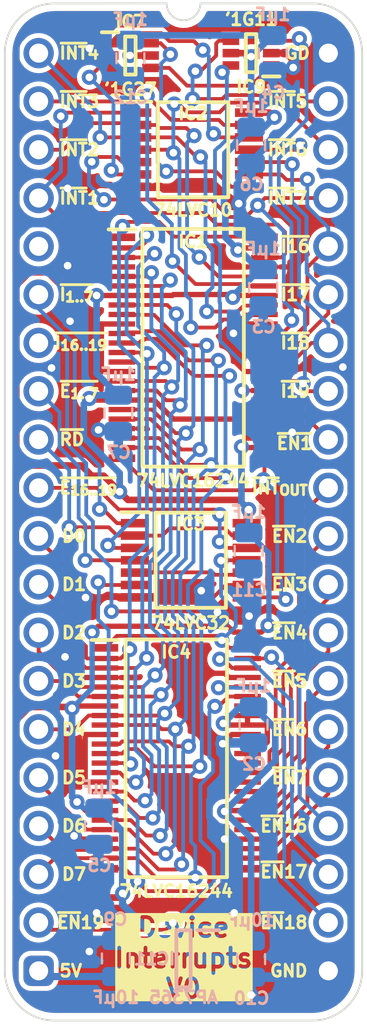
<source format=kicad_pcb>
(kicad_pcb (version 20240108) (generator "pcbnew") (generator_version "8.0")
  (layers (0 "F.Cu" signal) (31 "B.Cu" signal) (34 "B.Paste" user) (35 "F.Paste" user) (36 "B.SilkS" user "B.Silkscreen") (37 "F.SilkS" user "F.Silkscreen") (38 "B.Mask" user) (39 "F.Mask" user) (44 "Edge.Cuts" user))
  (net 0 "")
  (net 1 "/3.3V")
  (net 2 "GND")
  (net 3 "5V")
  (net 4 "D0")
  (net 5 "D2")
  (net 6 "~{Interrupt}_{Device}7")
  (net 7 "D7")
  (net 8 "D3")
  (net 9 "D5")
  (net 10 "D4")
  (net 11 "~{Interrupt}_{Device}19")
  (net 12 "D6")
  (net 13 "~{Interrupt}_{Device}18")
  (net 14 "~{Interrupt}_{Device}4")
  (net 15 "~{Interrupt}_{Device}3")
  (net 16 "~{Interrupt}_{Device}1")
  (net 17 "~{Interrupt}_{Device}2")
  (net 18 "~{Interrupt}_{Device}5")
  (net 19 "D1")
  (net 20 "/~{Read Device Interrupt}_{ 16..19}")
  (net 21 "~{Interrupt}_{Device}6")
  (net 22 "~{Interrupt}_{Device}17")
  (net 23 "~{Interrupt}_{Device}16")
  (net 24 "~{RD}")
  (net 25 "~{Device Interrupt}_{ 1..7}")
  (net 26 "~{Device Enable}_{ 16..19}")
  (net 27 "~{Device Enable}_{ 1..7}")
  (net 28 "~{Device Interrupt}_{ 16..19}")
  (net 29 "~{Enable}_{Device}1")
  (net 30 "~{Enable}_{Device}3")
  (net 31 "~{Enable}_{Device}17")
  (net 32 "~{Enable}_{Device}7")
  (net 33 "/~{Read Device Enable}_{ 16..19}")
  (net 34 "~{Enable}_{Device}18")
  (net 35 "~{Enable}_{Device}19")
  (net 36 "~{Enable}_{Device}16")
  (net 37 "~{Enable}_{Device}2")
  (net 38 "~{Enable}_{Device}6")
  (net 40 "/~{Read Device Interrupt}_{ 1..7}")
  (net 41 "~{Enable}_{Device}5")
  (net 42 "/~{Read Device Enable}_{ 1..7}")
  (net 43 "~{Enable}_{Device}4")
  (net 44 "Net-(IC2-2Y)")
  (net 45 "Net-(IC2-3Y)")
  (net 46 "Net-(IC2-1Y)")
  (net 47 "Net-(IC7-Y)")
  (net 48 "~{INT}")
  (footprint "SamacSys_Parts:DIP-40_Board_W15.24mm_Alt" (layer "F.Cu") (at 86.36 71.12)
    (property "Reference" "J2" (hide yes))
    (property "Value" "Conn_02x20_Counter_Clockwise" (hide yes))
    (fp_line (start -1.778 48.26) (end -1.778 0) (stroke (width 0.1)) (layer "Edge.Cuts"))
    (fp_line (start 6.731 -2.6162) (end 0.835732 -2.613732) (stroke (width 0.1)) (layer "Edge.Cuts"))
    (fp_line (start 14.404267 -2.613733) (end 8.509 -2.6162) (stroke (width 0.1)) (layer "Edge.Cuts"))
    (fp_line (start 14.404268 50.873732) (end 0.835733 50.873733) (stroke (width 0.1)) (layer "Edge.Cuts"))
    (fp_line (start 17.018 48.26) (end 17.017999 -0.000001) (stroke (width 0.1)) (layer "Edge.Cuts"))
    (fp_arc (start -1.778 0) (mid -1.012456 -1.848188) (end 0.835732 -2.613732) (stroke (width 0.1)) (layer "Edge.Cuts"))
    (fp_arc (start 0.835733 50.873733) (mid -1.012457 50.10819) (end -1.778 48.26) (stroke (width 0.1)) (layer "Edge.Cuts"))
    (fp_arc (start 8.509 -2.6162) (mid 7.62 -1.7272) (end 6.731 -2.6162) (stroke (width 0.1)) (layer "Edge.Cuts"))
    (fp_arc (start 14.404267 -2.613733) (mid 16.252453 -1.848189) (end 17.017999 -0.000001) (stroke (width 0.1)) (layer "Edge.Cuts"))
    (fp_arc (start 17.018 48.26) (mid 16.252456 50.108187) (end 14.404268 50.873732) (stroke (width 0.1)) (layer "Edge.Cuts"))
  )
  (footprint "SamacSys_Parts:SOP65P640X120-14N" (layer "F.Cu") (at 94.488 76.2)
    (property "Reference" "IC2")
    (property "Value" "SN74LVC10APWR" (hide yes))
  )
  (footprint "SamacSys_Parts:74LVC16244ADGG112" (layer "F.Cu") (at 94.488 86.614)
    (property "Reference" "IC1")
    (property "Value" "74LVC16244ADGG,112" (hide yes))
  )
  (footprint "SamacSys_Parts:SOP65P210X110-6N" (layer "F.Cu") (at 91.186 71.247)
    (property "Reference" "IC7")
    (property "Value" "74LVC1G27GW,125" (hide yes))
  )
  (footprint "SamacSys_Parts:SOP65P640X110-14N" (layer "F.Cu") (at 94.361 97.79)
    (property "Reference" "IC3")
    (property "Value" "74LVC32APW,118" (hide yes))
  )
  (footprint "SamacSys_Parts:74LVC16244ADGG112" (layer "F.Cu") (at 93.599 108.204)
    (property "Reference" "IC4")
    (property "Value" "74LVC16244ADGG,112" (hide yes))
  )
  (footprint "SamacSys_Parts:SOP65P210X110-6N" (layer "F.Cu") (at 97.536 71.12 180)
    (property "Reference" "IC9")
    (property "Value" "74LVC1G11GW-Q100H" (hide yes))
  )
  (footprint "SamacSys_Parts:PinHeader_1x20_P2.54mm_Vertical" (layer "B.Cu") (at 101.6 71.12 180)
    (property "Reference" "J1" (hide yes))
    (property "Value" "Pin_Header_01x20" (hide yes))
  )
  (footprint "SamacSys_Parts:C_0805" (layer "B.Cu") (at 98.679 71.12)
    (property "Reference" "C4")
    (property "Value" "1μF")
  )
  (footprint "SamacSys_Parts:C_0805" (layer "B.Cu") (at 97.536 118.745)
    (property "Reference" "C10")
    (property "Value" "10μF")
  )
  (footprint "SamacSys_Parts:PinHeader_1x20_P2.54mm_Vertical" (layer "B.Cu") (at 86.36 71.12 180)
    (property "Reference" "J3" (hide yes))
    (property "Value" "Pin_Header_01x20" (hide yes))
  )
  (footprint "SamacSys_Parts:SOT95P285X130-5N" (layer "B.Cu") (at 93.98 118.745 180)
    (property "Reference" "IC11")
    (property "Value" "AP7365-33WG-7" (hide yes))
  )
  (footprint "SamacSys_Parts:C_0805" (layer "B.Cu") (at 91.186 71.374)
    (property "Reference" "C12")
    (property "Value" "1μF")
  )
  (footprint "SamacSys_Parts:C_0805" (layer "B.Cu") (at 90.551 90.043)
    (property "Reference" "C7")
    (property "Value" "1μF")
  )
  (footprint "SamacSys_Parts:C_0805" (layer "B.Cu") (at 89.535 111.76)
    (property "Reference" "C5")
    (property "Value" "1μF")
  )
  (footprint "SamacSys_Parts:C_0805" (layer "B.Cu") (at 97.536 75.946)
    (property "Reference" "C6")
    (property "Value" "1μF")
  )
  (footprint "SamacSys_Parts:C_0805" (layer "B.Cu") (at 97.409 97.282)
    (property "Reference" "C11")
    (property "Value" "1μF")
  )
  (footprint "SamacSys_Parts:C_0805" (layer "B.Cu") (at 97.663 106.426)
    (property "Reference" "C2")
    (property "Value" "1μF")
  )
  (footprint "SamacSys_Parts:C_0805" (layer "B.Cu") (at 90.424 118.745 180)
    (property "Reference" "C9")
    (property "Value" "10μF")
  )
  (footprint "SamacSys_Parts:C_0805" (layer "B.Cu") (at 98.171 83.439)
    (property "Reference" "C3")
    (property "Value" "1μF")
  )
  (gr_text "~{INT}5" (at 100.584 73.66 0) (layer "F.SilkS") (effects (font (size 0.635 0.635)) (justify right)))
  (gr_text "~{EN}16" (at 100.584 111.76 0) (layer "F.SilkS") (effects (font (size 0.635 0.635)) (justify right)))
  (gr_text "D1" (at 87.503 99.06 0) (layer "F.SilkS") (effects (font (size 0.635 0.635)) (justify left)))
  (gr_text "~{INT}7" (at 100.584 78.74 0) (layer "F.SilkS") (effects (font (size 0.635 0.635)) (justify right)))
  (gr_text "~{INT}1" (at 87.376 78.74 0) (layer "F.SilkS") (effects (font (size 0.635 0.635)) (justify left)))
  (gr_text "~{INT}4" (at 87.376 71.12 0) (layer "F.SilkS") (effects (font (size 0.635 0.635)) (justify left)))
  (gr_text "~{I_{16..19}}" (at 87.122 86.36 0) (layer "F.SilkS") (effects (font (size 0.635 0.635)) (justify left)))
  (gr_text "~{INT}6" (at 100.584 76.2 0) (layer "F.SilkS") (effects (font (size 0.635 0.635)) (justify right)))
  (gr_text "~{EN1}" (at 100.838 91.6432 0) (layer "F.SilkS") (effects (font (size 0.635 0.635)) (justify right)))
  (gr_text "GD" (at 100.711 71.12 0) (layer "F.SilkS") (effects (font (size 0.635 0.635)) (justify right)))
  (gr_text "~{E_{16..19}}" (at 87.376 93.98 0) (layer "F.SilkS") (effects (font (size 0.635 0.635)) (justify left)))
  (gr_text "D4" (at 87.503 106.68 0) (layer "F.SilkS") (effects (font (size 0.635 0.635)) (justify left)))
  (gr_text "~{I19}" (at 100.711 88.9 0) (layer "F.SilkS") (effects (font (size 0.635 0.635)) (justify right)))
  (gr_text "~{I17}" (at 100.711 83.82 0) (layer "F.SilkS") (effects (font (size 0.635 0.635)) (justify right)))
  (gr_text "GND" (at 100.584 119.38 0) (layer "F.SilkS") (effects (font (size 0.635 0.635)) (justify right)))
  (gr_text "~{EN}18" (at 100.584 116.84 0) (layer "F.SilkS") (effects (font (size 0.635 0.635)) (justify right)))
  (gr_text "D0" (at 87.503 96.52 0) (layer "F.SilkS") (effects (font (size 0.635 0.635)) (justify left)))
  (gr_text "5V" (at 87.376 119.38 0) (layer "F.SilkS") (effects (font (size 0.635 0.635)) (justify left)))
  (gr_text "~{INT}2" (at 87.376 76.2 0) (layer "F.SilkS") (effects (font (size 0.635 0.635)) (justify left)))
  (gr_text "~{EN}3" (at 100.584 99.06 0) (layer "F.SilkS") (effects (font (size 0.635 0.635)) (justify right)))
  (gr_text "~{EN}4" (at 100.584 101.6 0) (layer "F.SilkS") (effects (font (size 0.635 0.635)) (justify right)))
  (gr_text "Device\nInterrupts\nV0" (at 93.98 120.904 0) (layer "F.SilkS" knockout) (effects (font (size 1 1) (thickness 0.2) (bold yes)) (justify bottom)))
  (gr_text "~{EN}17" (at 100.584 114.173 0) (layer "F.SilkS") (effects (font (size 0.635 0.635)) (justify right)))
  (gr_text "~{I18}" (at 100.711 86.36 0) (layer "F.SilkS") (effects (font (size 0.635 0.635)) (justify right)))
  (gr_text "D6" (at 87.503 111.76 0) (layer "F.SilkS") (effects (font (size 0.635 0.635)) (justify left)))
  (gr_text "D2" (at 87.503 101.6 0) (layer "F.SilkS") (effects (font (size 0.635 0.635)) (justify left)))
  (gr_text "D5" (at 87.503 109.22 0) (layer "F.SilkS") (effects (font (size 0.635 0.635)) (justify left)))
  (gr_text "~{EN}5" (at 100.584 104.14 0) (layer "F.SilkS") (effects (font (size 0.635 0.635)) (justify right)))
  (gr_text "~{I16}" (at 100.711 81.28 0) (layer "F.SilkS") (effects (font (size 0.635 0.635)) (justify right)))
  (gr_text "~{EN}19" (at 87.249 116.84 0) (layer "F.SilkS") (effects (font (size 0.635 0.635)) (justify left)))
  (gr_text "~{EN}6" (at 100.584 106.68 0) (layer "F.SilkS") (effects (font (size 0.635 0.635)) (justify right)))
  (gr_text "~{E_{1..7}}" (at 87.376 88.9 0) (layer "F.SilkS") (effects (font (size 0.635 0.635)) (justify left)))
  (gr_text "~{EN}7" (at 100.584 109.22 0) (layer "F.SilkS") (effects (font (size 0.635 0.635)) (justify right)))
  (gr_text "D7" (at 87.503 114.3 0) (layer "F.SilkS") (effects (font (size 0.635 0.635)) (justify left)))
  (gr_text "~{INT}3" (at 87.376 73.66 0) (layer "F.SilkS") (effects (font (size 0.635 0.635)) (justify left)))
  (gr_text "~{EN}2" (at 100.584 96.52 0) (layer "F.SilkS") (effects (font (size 0.635 0.635)) (justify right)))
  (gr_text "D3" (at 87.503 104.14 0) (layer "F.SilkS") (effects (font (size 0.635 0.635)) (justify left)))
  (gr_text "~{RD}" (at 87.376 91.44 0) (layer "F.SilkS") (effects (font (size 0.635 0.635)) (justify left)))
  (gr_text "~{I_{1..7}}" (at 87.376 83.82 0) (layer "F.SilkS") (effects (font (size 0.635 0.635)) (justify left)))
  (gr_text "~{INT}_{OUT}" (at 100.584 93.98 0) (layer "F.SilkS") (effects (font (size 0.635 0.635)) (justify right)))
  (segment (start 88.065701 83.864) (end 86.846701 82.645) (width 0.35) (layer "F.Cu") (net 1))
  (segment (start 96.671193 83.864) (end 96.571193 83.964) (width 0.28) (layer "F.Cu") (net 1))
  (segment (start 85.736299 115.528) (end 90.552 115.528) (width 0.35) (layer "F.Cu") (net 1))
  (segment (start 97.198 90.384) (end 97.218 90.364) (width 0.28) (layer "F.Cu") (net 1))
  (segment (start 89.408 83.864) (end 88.065701 83.864) (width 0.35) (layer "F.Cu") (net 1))
  (segment (start 98.389 106.474) (end 98.369 106.454) (width 0.28) (layer "F.Cu") (net 1))
  (segment (start 88.614 92.805) (end 89.154 93.345) (width 0.35) (layer "F.Cu") (net 1))
  (segment (start 98.238 91.864) (end 98.238 91.364) (width 0.28) (layer "F.Cu") (net 1))
  (segment (start 97.218 91.364) (end 97.198 91.344) (width 0.28) (layer "F.Cu") (net 1))
  (segment (start 88.238499 105.454) (end 88.118669 105.57383) (width 0.28) (layer "F.Cu") (net 1))
  (segment (start 85.379 92.805) (end 88.614 92.805) (width 0.35) (layer "F.Cu") (net 1))
  (segment (start 97.218 90.364) (end 93.448968 90.364) (width 0.28) (layer "F.Cu") (net 1))
  (segment (start 98.513494 74.25) (end 98.758772 74.495278) (width 0.35) (layer "F.Cu") (net 1))
  (segment (start 97.299 95.84) (end 97.299 95.233) (width 0.35) (layer "F.Cu") (net 1))
  (segment (start 92.899944 89.814976) (end 92.888438 89.814976) (width 0.28) (layer "F.Cu") (net 1))
  (segment (start 97.349 107.454) (end 98.286 107.454) (width 0.28) (layer "F.Cu") (net 1))
  (segment (start 85.185 114.976701) (end 85.736299 115.528) (width 0.35) (layer "F.Cu") (net 1))
  (segment (start 85.185 106.193299) (end 85.185 114.976701) (width 0.35) (layer "F.Cu") (net 1))
  (segment (start 85.185 83.333299) (end 85.185 92.611) (width 0.35) (layer "F.Cu") (net 1))
  (segment (start 89.849 110.954) (end 88.83668 110.954) (width 0.28) (layer "F.Cu") (net 1))
  (segment (start 96.949667 81.364) (end 96.842793 81.470874) (width 0.28) (layer "F.Cu") (net 1))
  (segment (start 86.846701 82.645) (end 85.873299 82.645) (width 0.35) (layer "F.Cu") (net 1))
  (segment (start 98.389 107.351) (end 98.389 106.474) (width 0.28) (layer "F.Cu") (net 1))
  (segment (start 89.173537 101.580463) (end 89.495259 101.258741) (width 0.28) (layer "F.Cu") (net 1))
  (segment (start 98.238 83.864) (end 96.671193 83.864) (width 0.28) (layer "F.Cu") (net 1))
  (segment (start 96.159686 106.454) (end 96.072732 106.367046) (width 0.28) (layer "F.Cu") (net 1))
  (segment (start 85.873299 105.505) (end 88.049839 105.505) (width 0.35) (layer "F.Cu") (net 1))
  (segment (start 96.901 94.615) (end 91.053956 94.615) (width 0.35) (layer "F.Cu") (net 1))
  (segment (start 89.783956 93.345) (end 90.622211 94.183255) (width 0.35) (layer "F.Cu") (net 1))
  (segment (start 85.157 93.027) (end 85.157 104.788701) (width 0.35) (layer "F.Cu") (net 1))
  (segment (start 98.369 106.454) (end 97.349 106.454) (width 0.28) (layer "F.Cu") (net 1))
  (segment (start 96.183 110.954) (end 96.139 110.998) (width 0.28) (layer "F.Cu") (net 1))
  (segment (start 97.349 105.954) (end 97.349 106.454) (width 0.28) (layer "F.Cu") (net 1))
  (segment (start 85.185 92.611) (end 85.379 92.805) (width 0.35) (layer "F.Cu") (net 1))
  (segment (start 98.238 91.364) (end 97.218 91.364) (width 0.28) (layer "F.Cu") (net 1))
  (segment (start 92.437462 89.364) (end 90.738 89.364) (width 0.28) (layer "F.Cu") (net 1))
  (segment (start 93.448968 90.364) (end 92.899944 89.814976) (width 0.28) (layer "F.Cu") (net 1))
  (segment (start 91.053956 94.615) (end 90.622211 94.183255) (width 0.35) (layer "F.Cu") (net 1))
  (segment (start 93.397481 83.864) (end 93.44664 83.814841) (width 0.28) (layer "F.Cu") (net 1))
  (segment (start 97.426 74.25) (end 98.513494 74.25) (width 0.35) (layer "F.Cu") (net 1))
  (segment (start 97.349 110.954) (end 96.183 110.954) (width 0.28) (layer "F.Cu") (net 1))
  (segment (start 98.286 107.454) (end 98.389 107.351) (width 0.28) (layer "F.Cu") (net 1))
  (segment (start 96.610646 101.566266) (end 98.077736 101.566266) (width 0.28) (layer "F.Cu") (net 1))
  (segment (start 85.873299 105.505) (end 85.185 106.193299) (width 0.35) (layer "F.Cu") (net 1))
  (segment (start 96.303121 101.258741) (end 96.610646 101.566266) (width 0.28) (layer "F.Cu") (net 1))
  (segment (start 88.049839 105.505) (end 88.118669 105.57383) (width 0.35) (layer "F.Cu") (net 1))
  (segment (start 97.349 107.954) (end 97.349 107.454) (width 0.28) (layer "F.Cu") (net 1))
  (segment (start 89.849 105.454) (end 88.238499 105.454) (width 0.28) (layer "F.Cu") (net 1))
  (segment (start 93.44664 83.814841) (end 96.422034 83.814841) (width 0.28) (layer "F.Cu") (net 1))
  (segment (start 97.218 90.364) (end 98.238 90.364) (width 0.28) (layer "F.Cu") (net 1))
  (segment (start 89.11 89.364) (end 89.027 89.281) (width 0.28) (layer "F.Cu") (net 1))
  (segment (start 85.157 104.788701) (end 85.873299 105.505) (width 0.35) (layer "F.Cu") (net 1))
  (segment (start 90.738 83.864) (end 89.408 83.864) (width 0.28) (layer "F.Cu") (net 1))
  (segment (start 85.379 92.805) (end 85.157 93.027) (width 0.35) (layer "F.Cu") (net 1))
  (segment (start 97.349678 71.12) (end 97.536 71.306322) (width 0.35) (layer "F.Cu") (net 1))
  (segment (start 98.238 81.364) (end 96.949667 81.364) (width 0.28) (layer "F.Cu") (net 1))
  (segment (start 89.495259 101.258741) (end 96.303121 101.258741) (width 0.28) (layer "F.Cu") (net 1))
  (segment (start 96.474 71.12) (end 97.349678 71.12) (width 0.35) (layer "F.Cu") (net 1))
  (segment (start 98.238 90.364) (end 98.238 89.864) (width 0.28) (layer "F.Cu") (net 1))
  (segment (start 92.888438 89.814976) (end 92.437462 89.364) (width 0.28) (layer "F.Cu") (net 1))
  (segment (start 92.248 71.247) (end 91.167502 71.247) (width 0.35) (layer "F.Cu") (net 1))
  (segment (start 97.349 105.954) (end 97.349 105.454) (width 0.28) (layer "F.Cu") (net 1))
  (segment (start 97.198 91.344) (end 97.198 90.384) (width 0.28) (layer "F.Cu") (net 1))
  (segment (start 97.409 95.123) (end 96.901 94.615) (width 0.35) (layer "F.Cu") (net 1))
  (segment (start 88.83668 110.954) (end 88.38234 110.49966) (width 0.28) (layer "F.Cu") (net 1))
  (segment (start 97.299 95.233) (end 97.409 95.123) (width 0.35) (layer "F.Cu") (net 1))
  (segment (start 90.552 115.528) (end 90.777 115.303) (width 0.35) (layer "F.Cu") (net 1))
  (segment (start 98.077736 101.566266) (end 98.425002 101.219) (width 0.28) (layer "F.Cu") (net 1))
  (segment (start 90.738 89.364) (end 89.11 89.364) (width 0.28) (layer "F.Cu") (net 1))
  (segment (start 85.873299 82.645) (end 85.185 83.333299) (width 0.35) (layer "F.Cu") (net 1))
  (segment (start 90.738 83.864) (end 93.397481 83.864) (width 0.28) (layer "F.Cu") (net 1))
  (segment (start 96.422034 83.814841) (end 96.571193 83.964) (width 0.28) (layer "F.Cu") (net 1))
  (segment (start 97.349 106.454) (end 96.159686 106.454) (width 0.28) (layer "F.Cu") (net 1))
  (segment (start 97.071012 91.864) (end 97.028012 91.821) (width 0.28) (layer "F.Cu") (net 1))
  (segment (start 97.349 107.954) (end 97.349 108.454) (width 0.28) (layer "F.Cu") (net 1))
  (segment (start 98.238 89.864) (end 98.238 89.364) (width 0.28) (layer "F.Cu") (net 1))
  (segment (start 98.238 91.864) (end 97.071012 91.864) (width 0.28) (layer "F.Cu") (net 1))
  (segment (start 89.154 93.345) (end 89.783956 93.345) (width 0.35) (layer "F.Cu") (net 1))
  (segment (start 91.167502 71.247) (end 91.161002 71.2405) (width 0.35) (layer "F.Cu") (net 1))
  (via (at 96.139 110.998) (size 0.8) (drill 0.4) (layers "F.Cu" "B.Cu") (net 1))
  (via (at 89.173537 101.580463) (size 0.8) (drill 0.4) (layers "F.Cu" "B.Cu") (net 1))
  (via (at 97.536 71.306322) (size 0.8) (drill 0.4) (layers "F.Cu" "B.Cu") (net 1))
  (via (at 89.027 89.281) (size 0.8) (drill 0.4) (layers "F.Cu" "B.Cu") (net 1))
  (via (at 97.028012 91.821) (size 0.8) (drill 0.4) (layers "F.Cu" "B.Cu") (net 1))
  (via (at 98.758772 74.495278) (size 0.8) (drill 0.4) (layers "F.Cu" "B.Cu") (net 1))
  (via (at 96.842793 81.470874) (size 0.8) (drill 0.4) (layers "F.Cu" "B.Cu") (net 1))
  (via (at 96.571193 83.964) (size 0.8) (drill 0.4) (layers "F.Cu" "B.Cu") (net 1))
  (via (at 96.072732 106.367046) (size 0.8) (drill 0.4) (layers "F.Cu" "B.Cu") (net 1))
  (via (at 88.38234 110.49966) (size 0.8) (drill 0.4) (layers "F.Cu" "B.Cu") (net 1))
  (via (at 90.777 115.303) (size 0.8) (drill 0.4) (layers "F.Cu" "B.Cu") (net 1))
  (via (at 89.408 83.864) (size 0.8) (drill 0.4) (layers "F.Cu" "B.Cu") (net 1))
  (via (at 91.161002 71.2405) (size 0.8) (drill 0.4) (layers "F.Cu" "B.Cu") (net 1))
  (via (at 88.118669 105.57383) (size 0.8) (drill 0.4) (layers "F.Cu" "B.Cu") (net 1))
  (via (at 97.409 95.123) (size 0.8) (drill 0.4) (layers "F.Cu" "B.Cu") (net 1))
  (via (at 90.622211 94.183255) (size 0.8) (drill 0.4) (layers "F.Cu" "B.Cu") (net 1))
  (via (at 98.425002 101.219) (size 0.8) (drill 0.4) (layers "F.Cu" "B.Cu") (net 1))
  (segment (start 97.536 117.811) (end 97.536 112.395) (width 0.35) (layer "B.Cu") (net 1))
  (segment (start 97.970699 82.505) (end 96.571193 83.904506) (width 0.35) (layer "B.Cu") (net 1))
  (segment (start 96.951 117.811) (end 96.245 117.105) (width 0.38) (layer "B.Cu") (net 1))
  (segment (start 89.199 89.109) (end 89.027 89.281) (width 0.35) (layer "B.Cu") (net 1))
  (segment (start 89.535 110.826) (end 90.777 112.068) (width 0.38) (layer "B.Cu") (net 1))
  (segment (start 97.536 75.012) (end 96.735246 75.812754) (width 0.35) (layer "B.Cu") (net 1))
  (segment (start 88.735 89.573) (end 88.735 91.319193) (width 0.35) (layer "B.Cu") (net 1))
  (segment (start 88.118669 105.57383) (end 89.173537 104.518962) (width 0.28) (layer "B.Cu") (net 1))
  (segment (start 97.663 105.492) (end 98.806 106.635) (width 0.35) (layer "B.Cu") (net 1))
  (segment (start 96.735246 75.812754) (end 96.735246 75.845463) (width 0.35) (layer "B.Cu") (net 1))
  (segment (start 97.536 71.306334) (end 98.656334 70.186) (width 0.35) (layer "B.Cu") (net 1))
  (segment (start 96.947778 105.492) (end 96.072732 106.367046) (width 0.35) (layer "B.Cu") (net 1))
  (segment (start 97.028012 94.742012) (end 97.028012 91.821) (width 0.35) (layer "B.Cu") (net 1))
  (segment (start 96.571193 83.904506) (end 96.571193 83.964) (width 0.35) (layer "B.Cu") (net 1))
  (segment (start 96.245 117.105) (end 94.283561 117.105) (width 0.38) (layer "B.Cu") (net 1))
  (segment (start 93.593561 117.795) (end 92.68 117.795) (width 0.38) (layer "B.Cu") (net 1))
  (segment (start 97.958 82.505) (end 96.923874 81.470874) (width 0.35) (layer "B.Cu") (net 1))
  (segment (start 91.161002 71.2405) (end 91.161002 70.464998) (width 0.35) (layer "B.Cu") (net 1))
  (segment (start 96.735246 75.845463) (end 96.183725 76.396983) (width 0.35) (layer "B.Cu") (net 1))
  (segment (start 97.663 105.492) (end 96.947778 105.492) (width 0.35) (layer "B.Cu") (net 1))
  (segment (start 97.536 75.012) (end 98.24205 75.012) (width 0.35) (layer "B.Cu") (net 1))
  (segment (start 88.70868 110.826) (end 88.38234 110.49966) (width 0.28) (layer "B.Cu") (net 1))
  (segment (start 90.777 112.068) (end 90.777 115.303) (width 0.38) (layer "B.Cu") (net 1))
  (segment (start 97.409 95.123) (end 97.409 96.348) (width 0.35) (layer "B.Cu") (net 1))
  (segment (start 89.173537 104.518962) (end 89.173537 101.580463) (width 0.28) (layer "B.Cu") (net 1))
  (segment (start 97.409 95.123) (end 97.028012 94.742012) (width 0.35) (layer "B.Cu") (net 1))
  (segment (start 98.806 106.635) (end 98.806 108.331) (width 0.35) (layer "B.Cu") (net 1))
  (segment (start 96.923874 81.470874) (end 96.842793 81.470874) (width 0.35) (layer "B.Cu") (net 1))
  (segment (start 89.535 110.826) (end 88.70868 110.826) (width 0.28) (layer "B.Cu") (net 1))
  (segment (start 90.551 89.109) (end 89.408 87.966) (width 0.35) (layer "B.Cu") (net 1))
  (segment (start 88.118669 105.57383) (end 88.118669 110.235989) (width 0.35) (layer "B.Cu") (net 1))
  (segment (start 97.536 117.811) (end 96.951 117.811) (width 0.38) (layer "B.Cu") (net 1))
  (segment (start 90.622211 93.206404) (end 90.622211 94.183255) (width 0.35) (layer "B.Cu") (net 1))
  (segment (start 97.536 74.844) (end 97.536 71.306334) (width 0.35) (layer "B.Cu") (net 1))
  (segment (start 92.68 117.795) (end 90.777 115.892) (width 0.38) (layer "B.Cu") (net 1))
  (segment (start 89.027 89.281) (end 88.735 89.573) (width 0.35) (layer "B.Cu") (net 1))
  (segment (start 90.777 115.892) (end 90.777 115.303) (width 0.38) (layer "B.Cu") (net 1))
  (segment (start 98.679 70.186) (end 91.44 70.186) (width 0.35) (layer "B.Cu") (net 1))
  (segment (start 96.183725 79.423739) (end 96.183725 80.811806) (width 0.35) (layer "B.Cu") (net 1))
  (segment (start 98.474 101.170002) (end 98.425002 101.219) (width 0.28) (layer "B.Cu") (net 1))
  (segment (start 90.551 89.109) (end 89.199 89.109) (width 0.35) (layer "B.Cu") (net 1))
  (segment (start 98.474 97.413) (end 98.474 101.170002) (width 0.28) (layer "B.Cu") (net 1))
  (segment (start 96.183725 76.396983) (end 96.183725 78.636695) (width 0.35) (layer "B.Cu") (net 1))
  (segment (start 96.183725 80.811806) (end 96.842793 81.470874) (width 0.35) (layer "B.Cu") (net 1))
  (segment (start 89.408 87.966) (end 89.408 83.864) (width 0.35) (layer "B.Cu") (net 1))
  (segment (start 97.409 96.348) (end 98.474 97.413) (width 0.28) (layer "B.Cu") (net 1))
  (segment (start 98.806 108.331) (end 96.139 110.998) (width 0.35) (layer "B.Cu") (net 1))
  (segment (start 96.111219 79.351233) (end 96.183725 79.423739) (width 0.35) (layer "B.Cu") (net 1))
  (segment (start 96.111219 78.709201) (end 96.111219 79.351233) (width 0.35) (layer "B.Cu") (net 1))
  (segment (start 94.283561 117.105) (end 93.593561 117.795) (width 0.38) (layer "B.Cu") (net 1))
  (segment (start 98.24205 75.012) (end 98.758772 74.495278) (width 0.35) (layer "B.Cu") (net 1))
  (segment (start 97.536 112.395) (end 96.139 110.998) (width 0.35) (layer "B.Cu") (net 1))
  (segment (start 88.118669 110.235989) (end 88.38234 110.49966) (width 0.35) (layer "B.Cu") (net 1))
  (segment (start 88.735 91.319193) (end 90.622211 93.206404) (width 0.35) (layer "B.Cu") (net 1))
  (segment (start 96.183725 78.636695) (end 96.111219 78.709201) (width 0.35) (layer "B.Cu") (net 1))
  (segment (start 89.027 70.358) (end 89.027 70.866) (width 0.35) (layer "F.Cu") (net 2))
  (segment (start 90.738 87.864) (end 89.718 87.864) (width 0.28) (layer "F.Cu") (net 2))
  (segment (start 97.53601 117.221006) (end 96.647004 116.332) (width 0.35) (layer "F.Cu") (net 2))
  (segment (start 93.001264 69.596) (end 89.789 69.596) (width 0.35) (layer "F.Cu") (net 2))
  (segment (start 96.369 103.954) (end 97.349 103.954) (width 0.28) (layer "F.Cu") (net 2))
  (segment (start 98.238 85.364) (end 97.366016 85.364) (width 0.28) (layer "F.Cu") (net 2))
  (segment (start 100.743832 69.113832) (end 95.885 69.113832) (width 0.35) (layer "F.Cu") (net 2))
  (segment (start 96.329 109.454) (end 96.042149 109.167149) (width 0.28) (layer "F.Cu") (net 2))
  (segment (start 89.662 87.808) (end 89.662 85.364) (width 0.28) (layer "F.Cu") (net 2))
  (segment (start 89.868814 99.704) (end 89.821769 99.751045) (width 0.35) (layer "F.Cu") (net 2))
  (segment (start 97.349 106.954) (end 96.523382 106.954) (width 0.28) (layer "F.Cu") (net 2))
  (segment (start 98.598 71.12) (end 99.3855 71.12) (width 0.35) (layer "F.Cu") (net 2))
  (segment (start 90.738 85.364) (end 89.662 85.364) (width 0.28) (layer "F.Cu") (net 2))
  (segment (start 96.042149 107.435233) (end 94.869 106.262084) (width 0.28) (layer "F.Cu") (net 2))
  (segment (start 88.719586 103.954) (end 87.748998 102.983412) (width 0.28) (layer "F.Cu") (net 2))
  (segment (start 94.869 104.239382) (end 95.375885 103.732497) (width 0.28) (layer "F.Cu") (net 2))
  (segment (start 100.130008 71.501) (end 99.749008 71.882) (width 0.35) (layer "F.Cu") (net 2))
  (segment (start 87.039658 87.676615) (end 87.837385 87.676615) (width 0.35) (layer "F.Cu") (net 2))
  (segment (start 97.218 87.864) (end 96.605818 87.251818) (width 0.28) (layer "F.Cu") (net 2))
  (segment (start 97.53601 120.65) (end 97.53601 117.221006) (width 0.35) (layer "F.Cu") (net 2))
  (segment (start 90.124 71.247) (end 89.408 71.247) (width 0.35) (layer "F.Cu") (net 2))
  (segment (start 97.349 112.454) (end 96.139 112.454) (width 0.28) (layer "F.Cu") (net 2))
  (segment (start 95.676 78.15) (end 96.556217 79.030217) (width 0.35) (layer "F.Cu") (net 2))
  (segment (start 94.563034 99.74) (end 94.913751 99.389283) (width 0.35) (layer "F.Cu") (net 2))
  (segment (start 88.158002 85.364) (end 89.662 85.364) (width 0.28) (layer "F.Cu") (net 2))
  (segment (start 88.074335 78.041671) (end 87.884 78.232006) (width 0.35) (layer "F.Cu") (net 2))
  (segment (start 93.113225 69.69681) (end 93.001264 69.596) (width 0.35) (layer "F.Cu") (net 2))
  (segment (start 89.789 69.596) (end 89.027 70.358) (width 0.35) (layer "F.Cu") (net 2))
  (segment (start 90.8745 99.704) (end 89.868814 99.704) (width 0.35) (layer "F.Cu") (net 2))
  (segment (start 89.662 116.078) (end 89.408004 116.331996) (width 0.35) (layer "F.Cu") (net 2))
  (segment (start 91.55 78.15) (end 95.676 78.15) (width 0.35) (layer "F.Cu") (net 2))
  (segment (start 89.849 103.954) (end 88.719586 103.954) (width 0.28) (layer "F.Cu") (net 2))
  (segment (start 96.147497 103.732497) (end 96.369 103.954) (width 0.28) (layer "F.Cu") (net 2))
  (segment (start 99.832222 87.864) (end 100.066226 87.629996) (width 0.28) (layer "F.Cu") (net 2))
  (segment (start 93.394859 69.978444) (end 93.113225 69.69681) (width 0.35) (layer "F.Cu") (net 2))
  (segment (start 87.837385 87.676615) (end 87.884 87.63) (width 0.35) (layer "F.Cu") (net 2))
  (segment (start 89.280994 118.110006) (end 89.027 118.364) (width 0.38) (layer "F.Cu") (net 2))
  (segment (start 89.57802 90.864) (end 89.51002 90.932) (width 0.28) (layer "F.Cu") (net 2))
  (segment (start 96.393004 116.078) (end 89.662 116.078) (width 0.35) (layer "F.Cu") (net 2))
  (segment (start 96.878016 85.852) (end 96.605818 85.852) (width 0.28) (layer "F.Cu") (net 2))
  (segment (start 96.042149 109.167149) (end 96.042149 107.435233) (width 0.28) (layer "F.Cu") (net 2))
  (segment (start 87.884 85.343998) (end 87.884 87.63) (width 0.28) (layer "F.Cu") (net 2))
  (segment (start 101.6 71.12) (end 101.6 69.97) (width 0.35) (layer "F.Cu") (net 2))
  (segment (start 91.423 99.74) (end 94.563034 99.74) (width 0.35) (layer "F.Cu") (net 2))
  (segment (start 89.408 71.247) (end 89.027 70.866) (width 0.35) (layer "F.Cu") (net 2))
  (segment (start 98.238 87.864) (end 97.218 87.864) (width 0.28) (layer "F.Cu") (net 2))
  (segment (start 94.996016 118.110006) (end 89.280994 118.110006) (width 0.38) (layer "F.Cu") (net 2))
  (segment (start 99.3855 71.12) (end 99.749008 71.483508) (width 0.35) (layer "F.Cu") (net 2))
  (segment (start 89.821769 99.751045) (end 88.827012 99.751045) (width 0.35) (layer "F.Cu") (net 2))
  (segment (start 88.809 108.077) (end 88.809 109.434) (width 0.28) (layer "F.Cu") (net 2))
  (segment (start 99.5 90.864) (end 99.695 91.059) (width 0.28) (layer "F.Cu") (net 2))
  (segment (start 91.55 78.15) (end 90.227738 78.15) (width 0.35) (layer "F.Cu") (net 2))
  (segment (start 90.133738 78.056) (end 89.859935 78.056) (width 0.35) (layer "F.Cu") (net 2))
  (segment (start 100.33 120.65) (end 101.6 119.38) (width 0.35) (layer "F.Cu") (net 2))
  (segment (start 101.6 69.97) (end 100.743832 69.113832) (width 0.35) (layer "F.Cu") (net 2))
  (segment (start 87.748998 102.983412) (end 87.748998 102.869996) (width 0.28) (layer "F.Cu") (net 2))
  (segment (start 100.066226 87.629996) (end 102.361996 87.629996) (width 0.28) (layer "F.Cu") (net 2))
  (segment (start 88.809 108.077) (end 87.249 108.077) (width 0.28) (layer "F.Cu") (net 2))
  (segment (start 97.429382 100.723512) (end 97.224611 100.518741) (width 0.35) (layer "F.Cu") (net 2))
  (segment (start 87.951998 82.364) (end 87.883998 82.296) (width 0.28) (layer "F.Cu") (net 2))
  (segment (start 89.718 87.864) (end 89.662 87.808) (width 0.28) (layer "F.Cu") (net 2))
  (segment (start 88.809 109.434) (end 88.829 109.454) (width 0.28) (layer "F.Cu") (net 2))
  (segment (start 90.738 82.364) (end 87.951998 82.364) (width 0.28) (layer "F.Cu") (net 2))
  (segment (start 89.849 112.454) (end 88.396783 112.454) (width 0.28) (layer "F.Cu") (net 2))
  (segment (start 97.53601 120.65) (end 100.33 120.65) (width 0.35) (layer "F.Cu") (net 2))
  (segment (start 88.829 109.454) (end 89.849 109.454) (width 0.28) (layer "F.Cu") (net 2))
  (segment (start 88.011 85.216998) (end 88.158002 85.364) (width 0.28) (layer "F.Cu") (net 2))
  (segment (start 97.53601 120.65) (end 94.996016 118.110006) (width 0.38) (layer "F.Cu") (net 2))
  (segment (start 90.738 90.864) (end 89.57802 90.864) (width 0.28) (layer "F.Cu") (net 2))
  (segment (start 95.020388 69.978444) (end 93.394859 69.978444) (width 0.35) (layer "F.Cu") (net 2))
  (segment (start 96.647004 116.332) (end 96.393004 116.078) (width 0.35) (layer "F.Cu") (net 2))
  (segment (start 87.884 89.30598) (end 89.51002 90.932) (width 0.28) (layer "F.Cu") (net 2))
  (segment (start 97.224611 100.518741) (end 95.764194 100.518741) (width 0.35) (layer "F.Cu") (net 2))
  (segment (start 94.869 106.262084) (end 94.869 104.239382) (width 0.28) (layer "F.Cu") (net 2))
  (segment (start 88.809 106.974) (end 88.809 108.077) (width 0.28) (layer "F.Cu") (net 2))
  (segment (start 88.829 106.954) (end 88.809 106.974) (width 0.28) (layer "F.Cu") (net 2))
  (segment (start 99.749008 71.483508) (end 99.749008 71.882) (width 0.35) (layer "F.Cu") (net 2))
  (segment (start 97.366016 85.364) (end 96.878016 85.852) (width 0.28) (layer "F.Cu") (net 2))
  (segment (start 90.227738 78.15) (end 90.133738 78.056) (width 0.35) (layer "F.Cu") (net 2))
  (segment (start 98.238 87.864) (end 99.832222 87.864) (width 0.28) (layer "F.Cu") (net 2))
  (segment (start 89.849 106.954) (end 88.829 106.954) (width 0.28) (layer "F.Cu") (net 2))
  (segment (start 96.605818 87.251818) (end 96.605818 85.852) (width 0.28) (layer "F.Cu") (net 2))
  (segment (start 96.523382 106.954) (end 96.042149 107.435233) (width 0.28) (layer "F.Cu") (net 2))
  (segment (start 89.859935 78.056) (end 89.845606 78.041671) (width 0.35) (layer "F.Cu") (net 2))
  (segment (start 96.556217 79.030217) (end 96.886219 79.030217) (width 0.35) (layer "F.Cu") (net 2))
  (segment (start 87.884 87.63) (end 87.884 89.30598) (width 0.28) (layer "F.Cu") (net 2))
  (segment (start 88.011 85.216998) (end 87.884 85.343998) (width 0.28) (layer "F.Cu") (net 2))
  (segment (start 95.375885 103.732497) (end 96.147497 103.732497) (width 0.28) (layer "F.Cu") (net 2))
  (segment (start 95.885 69.113832) (end 95.020388 69.978444) (width 0.35) (layer "F.Cu") (net 2))
  (segment (start 101.219 71.501) (end 100.130008 71.501) (width 0.35) (layer "F.Cu") (net 2))
  (segment (start 89.845606 78.041671) (end 88.074335 78.041671) (width 0.35) (layer "F.Cu") (net 2))
  (segment (start 98.238 90.864) (end 99.5 90.864) (width 0.28) (layer "F.Cu") (net 2))
  (segment (start 97.349 109.454) (end 96.329 109.454) (width 0.28) (layer "F.Cu") (net 2))
  (segment (start 88.396783 112.454) (end 88.225622 112.282839) (width 0.28) (layer "F.Cu") (net 2))
  (via (at 97.429382 100.723512) (size 0.8) (drill 0.4) (layers "F.Cu" "B.Cu") (net 2))
  (via (at 89.408004 116.331996) (size 0.8) (drill 0.4) (layers "F.Cu" "B.Cu") (net 2))
  (via (at 97.53601 120.65) (size 0.8) (drill 0.4) (layers "F.Cu" "B.Cu") (net 2))
  (via (at 87.884 78.232006) (size 0.8) (drill 0.4) (layers "F.Cu" "B.Cu") (net 2))
  (via (at 95.764194 100.518741) (size 0.8) (drill 0.4) (layers "F.Cu" "B.Cu") (net 2))
  (via (at 99.749008 71.882) (size 0.8) (drill 0.4) (layers "F.Cu" "B.Cu") (net 2))
  (via (at 96.647004 116.332) (size 0.8) (drill 0.4) (layers "F.Cu" "B.Cu") (net 2))
  (via (at 89.027 70.866) (size 0.8) (drill 0.4) (layers "F.Cu" "B.Cu") (net 2))
  (via (at 96.139 112.454) (size 0.8) (drill 0.4) (layers "F.Cu" "B.Cu") (net 2))
  (via (at 94.913751 99.389283) (size 0.8) (drill 0.4) (layers "F.Cu" "B.Cu") (net 2))
  (via (at 88.827012 99.751045) (size 0.8) (drill 0.4) (layers "F.Cu" "B.Cu") (net 2))
  (via (at 89.51002 90.932) (size 0.8) (drill 0.4) (layers "F.Cu" "B.Cu") (net 2))
  (via (at 88.011 85.216998) (size 0.8) (drill 0.4) (layers "F.Cu" "B.Cu") (net 2))
  (via (at 87.883998 82.296) (size 0.8) (drill 0.4) (layers "F.Cu" "B.Cu") (net 2))
  (via (at 96.042149 107.435233) (size 0.8) (drill 0.4) (layers "F.Cu" "B.Cu") (net 2))
  (via (at 89.027 118.364) (size 0.8) (drill 0.4) (layers "F.Cu" "B.Cu") (net 2))
  (via (at 96.886219 79.030217) (size 0.8) (drill 0.4) (layers "F.Cu" "B.Cu") (net 2))
  (via (at 87.249 108.077) (size 0.8) (drill 0.4) (layers "F.Cu" "B.Cu") (net 2))
  (via (at 99.695 91.059) (size 0.8) (drill 0.4) (layers "F.Cu" "B.Cu") (net 2))
  (via (at 96.605818 85.852) (size 0.8) (drill 0.4) (layers "F.Cu" "B.Cu") (net 2))
  (via (at 102.361996 87.629996) (size 0.8) (drill 0.4) (layers "F.Cu" "B.Cu") (net 2))
  (via (at 88.225622 112.282839) (size 0.8) (drill 0.4) (layers "F.Cu" "B.Cu") (net 2))
  (via (at 87.748998 102.869996) (size 0.8) (drill 0.4) (layers "F.Cu" "B.Cu") (net 2))
  (via (at 87.039658 87.676615) (size 0.8) (drill 0.4) (layers "F.Cu" "B.Cu") (net 2))
  (segment (start 97.877885 84.494115) (end 96.605818 85.766182) (width 0.35) (layer "B.Cu") (net 2))
  (segment (start 85.873299 97.695) (end 85.84665 97.66835) (width 0.35) (layer "B.Cu") (net 2))
  (segment (start 102.775 93.599) (end 102.775 93.493299) (width 0.35) (layer "B.Cu") (net 2))
  (segment (start 96.886219 77.561781) (end 96.886219 79.030217) (width 0.35) (layer "B.Cu") (net 2))
  (segment (start 98.051724 102.115724) (end 97.429382 101.493382) (width 0.35) (layer "B.Cu") (net 2))
  (segment (start 89.612 117.779) (end 89.027 118.364) (width 0.38) (layer "B.Cu") (net 2))
  (segment (start 95.28 118.745) (end 95.885 118.745) (width 0.35) (layer "B.Cu") (net 2))
  (segment (start 102.14 102.87) (end 102.775 103.505) (width 0.35) (layer "B.Cu") (net 2))
  (segment (start 88.011 69.85) (end 89.027 70.866) (width 0.35) (layer "B.Cu") (net 2))
  (segment (start 90.551 91.009) (end 89.58702 91.009) (width 0.35) (layer "B.Cu") (net 2))
  (segment (start 99.695 91.196701) (end 99.695 91.059) (width 0.35) (layer "B.Cu") (net 2))
  (segment (start 87.852 80.105) (end 87.884 80.137) (width 0.35) (layer "B.Cu") (net 2))
  (segment (start 102.775 92.116701) (end 102.775 88.043) (width 0.35) (layer "B.Cu") (net 2))
  (segment (start 95.344 111.299016) (end 96.139 112.094016) (width 0.35) (layer "B.Cu") (net 2))
  (segment (start 87.748998 100.829059) (end 87.748998 102.869996) (width 0.35) (layer "B.Cu") (net 2))
  (segment (start 101.303299 92.805) (end 99.695 91.196701) (width 0.35) (layer "B.Cu") (net 2))
  (segment (start 97.409 98.248) (end 97.409 100.70313) (width 0.35) (layer "B.Cu") (net 2))
  (segment (start 85.193911 70.75316) (end 85.252727 70.514539) (width 0.35) (layer "B.Cu") (net 2))
  (segment (start 85.873305 118.110006) (end 88.773006 118.110006) (width 0.35) (layer "B.Cu") (net 2))
  (segment (start 85.917266 69.85) (end 88.011 69.85) (width 0.35) (layer "B.Cu") (net 2))
  (segment (start 96.605818 85.766182) (end 96.605818 85.852) (width 0.35) (layer "B.Cu") (net 2))
  (segment (start 95.764194 100.518741) (end 95.764194 100.239726) (width 0.35) (layer "B.Cu") (net 2))
  (segment (start 87.884 80.137) (end 87.884 82.295998) (width 0.35) (layer "B.Cu") (net 2))
  (segment (start 85.157 88.325) (end 85.598 87.884) (width 0.35) (layer "B.Cu") (net 2))
  (segment (start 87.249 108.077) (end 87.5 107.826) (width 0.28) (layer "B.Cu") (net 2))
  (segment (start 102.775 118.205) (end 102.775 103.505) (width 0.35) (layer "B.Cu") (net 2))
  (segment (start 101.473 92.805) (end 101.303299 92.805) (width 0.35) (layer "B.Cu") (net 2))
  (segment (start 102.14 102.87) (end 99.681927 102.87) (width 0.35) (layer "B.Cu") (net 2))
  (segment (start 87.884 78.232006) (end 87.884 80.137) (width 0.35) (layer "B.Cu") (net 2))
  (segment (start 88.225622 112.282839) (end 87.5 111.557217) (width 0.28) (layer "B.Cu") (net 2))
  (segment (start 102.775 102.108) (end 102.775 93.599) (width 0.35) (layer "B.Cu") (net 2))
  (segment (start 87.5 107.826) (end 87.5 106.042) (width 0.28) (layer "B.Cu") (net 2))
  (segment (start 88.668783 112.726) (end 88.225622 112.282839) (width 0.38) (layer "B.Cu") (net 2))
  (segment (start 96.851 119.711) (end 97.536 119.711) (width 0.35) (layer "B.Cu") (net 2))
  (segment (start 99.672008 71.959) (end 99.749008 71.882) (width 0.35) (layer "B.Cu") (net 2))
  (segment (start 89.027 116.713) (end 89.027 118.364) (width 0.38) (layer "B.Cu") (net 2))
  (segment (start 95.764194 100.239726) (end 94.913751 99.389283) (width 0.35) (layer "B.Cu") (net 2))
  (segment (start 89.535 112.726) (end 88.668783 112.726) (width 0.38) (layer "B.Cu") (net 2))
  (segment (start 96.139 112.454) (end 96.139 115.823996) (width 0.35) (layer "B.Cu") (net 2))
  (segment (start 89.58702 91.009) (end 89.51002 90.932) (width 0.35) (layer "B.Cu") (net 2))
  (segment (start 85.805385 87.676615) (end 85.185 87.05623) (width 0.35) (layer "B.Cu") (net 2))
  (segment (start 85.873299 80.105) (end 85.185 79.416701) (width 0.35) (layer "B.Cu") (net 2))
  (segment (start 87.5 111.557217) (end 87.5 108.328) (width 0.28) (layer "B.Cu") (net 2))
  (segment (start 102.086701 92.805) (end 101.473 92.805) (width 0.35) (layer "B.Cu") (net 2))
  (segment (start 102.086701 92.805) (end 102.775 92.116701) (width 0.35) (layer "B.Cu") (net 2))
  (segment (start 95.344 110.396) (end 95.344 111.299016) (width 0.35) (layer "B.Cu") (net 2))
  (segment (start 85.84665 97.66835) (end 85.157 96.978701) (width 0.35) (layer "B.Cu") (net 2))
  (segment (start 97.536 76.835) (end 99.568 74.803) (width 0.35) (layer "B.Cu") (net 2))
  (segment (start 85.185 80.793299) (end 85.873299 80.105) (width 0.35) (layer "B.Cu") (net 2))
  (segment (start 97.536 76.912) (end 96.886219 77.561781) (width 0.35) (layer "B.Cu") (net 2))
  (segment (start 97.536 119.711) (end 97.536 120.64999) (width 0.38) (layer "B.Cu") (net 2))
  (segment (start 88.773006 118.110006) (end 89.027 118.364) (width 0.35) (layer "B.Cu") (net 2))
  (segment (start 99.681927 102.87) (end 98.927651 102.115724) (width 0.35) (layer "B.Cu") (net 2))
  (segment (start 86.770967 97.695) (end 85.873299 97.695) (width 0.35) (layer "B.Cu") (net 2))
  (segment (start 98.927651 102.115724) (end 98.051724 102.115724) (width 0.35) (layer "B.Cu") (net 2))
  (segment (start 88.827012 99.751045) (end 87.748998 100.829059) (width 0.35) (layer "B.Cu") (net 2))
  (segment (start 96.139 112.094016) (end 96.139 112.454) (width 0.35) (layer "B.Cu") (net 2))
  (segment (start 87.884 82.295998) (end 87.883998 82.296) (width 0.35) (layer "B.Cu") (net 2))
  (segment (start 89.408004 112.852996) (end 89.408004 116.331996) (width 0.38) (layer "B.Cu") (net 2))
  (segment (start 95.885 118.745) (end 96.851 119.711) (width 0.35) (layer "B.Cu") (net 2))
  (segment (start 102.775 87.216992) (end 102.361996 87.629996) (width 0.35) (layer "B.Cu") (net 2))
  (segment (start 91.009 72.34) (end 89.535 70.866) (width 0.35) (layer "B.Cu") (net 2))
  (segment (start 99.568 74.803) (end 99.568 72.975) (width 0.35) (layer "B.Cu") (net 2))
  (segment (start 88.827012 99.751045) (end 86.770967 97.695) (width 0.35) (layer "B.Cu") (net 2))
  (segment (start 96.085382 107.392) (end 96.042149 107.435233) (width 0.35) (layer "B.Cu") (net 2))
  (segment (start 85.185 87.05623) (end 85.185 80.793299) (width 0.35) (layer "B.Cu") (net 2))
  (segment (start 87.5 108.328) (end 87.249 108.077) (width 0.28) (layer "B.Cu") (net 2))
  (segment (start 97.586 119.761) (end 99.568 119.761) (width 0.38) (layer "B.Cu") (net 2))
  (segment (start 85.598 87.884) (end 85.805385 87.676615) (width 0.35) (layer "B.Cu") (net 2))
  (segment (start 96.139 115.823996) (end 96.647004 116.332) (width 0.35) (layer "B.Cu") (net 2))
  (segment (start 87.883998 85.089996) (end 88.011 85.216998) (width 0.35) (layer "B.Cu") (net 2))
  (segment (start 87.249 104.863204) (end 87.748998 104.363206) (width 0.28) (layer "B.Cu") (net 2))
  (segment (start 87.883998 82.296) (end 87.883998 85.089996) (width 0.35) (layer "B.Cu") (net 2))
  (segment (start 99.949 119.38) (end 101.6 119.38) (width 0.35) (layer "B.Cu") (net 2))
  (segment (start 85.252727 70.514539) (end 85.917266 69.85) (width 0.35) (layer "B.Cu") (net 2))
  (segment (start 85.873299 80.105) (end 87.852 80.105) (width 0.35) (layer "B.Cu") (net 2))
  (segment (start 97.663 107.392) (end 96.085382 107.392) (width 0.35) (layer "B.Cu") (net 2))
  (segment (start 99.11 71.959) (end 99.672008 71.959) (width 0.35) (layer "B.Cu") (net 2))
  (segment (start 89.408004 116.331996) (end 89.027 116.713) (width 0.38) (layer "B.Cu") (net 2))
  (segment (start 97.536 120.64999) (end 97.53601 120.65) (width 0.38) (layer "B.Cu") (net 2))
  (segment (start 89.535 70.866) (end 89.027 70.866) (width 0.35) (layer "B.Cu") (net 2))
  (segment (start 85.185 117.421701) (end 85.873305 118.110006) (width 0.35) (layer "B.Cu") (net 2))
  (segment (start 85.185 98.33) (end 85.185 117.421701) (width 0.35) (layer "B.Cu") (net 2))
  (segment (start 85.84665 97.66835) (end 85.185 98.33) (width 0.35) (layer "B.Cu") (net 2))
  (segment (start 102.775 88.043) (end 102.361996 87.629996) (width 0.35) (layer "B.Cu") (net 2))
  (segment (start 87.249 105.791) (end 87.249 104.863204) (width 0.28) (layer "B.Cu") (net 2))
  (segment (start 102.775 72.295) (end 102.775 87.216992) (width 0.35) (layer "B.Cu") (net 2))
  (segment (start 101.6 119.38) (end 102.775 118.205) (width 0.35) (layer "B.Cu") (net 2))
  (segment (start 99.568 72.975) (end 98.679 72.086) (width 0.35) (layer "B.Cu") (net 2))
  (segment (start 102.775 93.493299) (end 102.086701 92.805) (width 0.35) (layer "B.Cu") (net 2))
  (segment (start 85.185 70.826552) (end 85.193911 70.75316) (width 0.35) (layer "B.Cu") (net 2))
  (segment (start 96.042149 107.435233) (end 96.042149 109.697851) (width 0.35) (layer "B.Cu") (net 2))
  (segment (start 102.14 102.87) (end 102.775 102.235) (width 0.35) (layer "B.Cu") (net 2))
  (segment (start 90.424 117.779) (end 89.612 117.779) (width 0.38) (layer "B.Cu") (net 2))
  (segment (start 87.748998 104.363206) (end 87.748998 102.869996) (width 0.28) (layer "B.Cu") (net 2))
  (segment (start 97.429382 101.493382) (end 97.429382 100.723512) (width 0.35) (layer "B.Cu") (net 2))
  (segment (start 85.805385 87.676615) (end 87.039658 87.676615) (width 0.35) (layer "B.Cu") (net 2))
  (segment (start 85.185 79.416701) (end 85.185 70.826552) (width 0.35) (layer "B.Cu") (net 2))
  (segment (start 97.409 100.70313) (end 97.429382 100.723512) (width 0.35) (layer "B.Cu") (net 2))
  (segment (start 87.5 106.042) (end 87.249 105.791) (width 0.28) (layer "B.Cu") (net 2))
  (segment (start 96.042149 109.697851) (end 95.344 110.396) (width 0.35) (layer "B.Cu") (net 2))
  (segment (start 102.775 102.235) (end 102.775 102.108) (width 0.35) (layer "B.Cu") (net 2))
  (segment (start 99.568 119.761) (end 99.949 119.38) (width 0.35) (layer "B.Cu") (net 2))
  (segment (start 101.6 71.12) (end 102.775 72.295) (width 0.35) (layer "B.Cu") (net 2))
  (segment (start 85.157 96.978701) (end 85.157 88.325) (width 0.35) (layer "B.Cu") (net 2))
  (segment (start 94.315 119.685) (end 94.315 117.893805) (width 0.38) (layer "B.Cu") (net 3))
  (segment (start 94.325 119.695) (end 94.315 119.685) (width 0.38) (layer "B.Cu") (net 3))
  (segment (start 94.59 120.385) (end 95.28 119.695) (width 0.38) (layer "B.Cu") (net 3))
  (segment (start 95.28 119.695) (end 94.325 119.695) (width 0.38) (layer "B.Cu") (net 3))
  (segment (start 90.424 119.679) (end 91.13 120.385) (width 0.38) (layer "B.Cu") (net 3))
  (segment (start 90.424 119.679) (end 86.659 119.679) (width 0.38) (layer "B.Cu") (net 3))
  (segment (start 94.413805 117.795) (end 95.28 117.795) (width 0.38) (layer "B.Cu") (net 3))
  (segment (start 91.13 120.385) (end 94.59 120.385) (width 0.38) (layer "B.Cu") (net 3))
  (segment (start 94.315 117.893805) (end 94.413805 117.795) (width 0.38) (layer "B.Cu") (net 3))
  (segment (start 88.069998 100.123457) (end 88.069998 98.405849) (width 0.2) (layer "F.Cu") (net 4))
  (segment (start 89.849 102.954) (end 88.909 102.954) (width 0.2) (layer "F.Cu") (net 4))
  (segment (start 91.154114 108.454) (end 91.199844 108.49973) (width 0.2) (layer "F.Cu") (net 4))
  (segment (start 90.738 86.864) (end 91.997733 86.864) (width 0.2) (layer "F.Cu") (net 4))
  (segment (start 92.038178 81.003822) (end 92.038178 80.695446) (width 0.2) (layer "F.Cu") (net 4))
  (segment (start 91.997733 86.864) (end 92.058808 86.925075) (width 0.2) (layer "F.Cu") (net 4))
  (segment (start 88.849 102.894) (end 88.849 102.311) (width 0.2) (layer "F.Cu") (net 4))
  (segment (start 89.849 108.454) (end 91.154114 108.454) (width 0.2) (layer "F.Cu") (net 4))
  (segment (start 88.849 102.311) (end 88.138 101.6) (width 0.2) (layer "F.Cu") (net 4))
  (segment (start 91.678 81.364) (end 92.038178 81.003822) (width 0.2) (layer "F.Cu") (net 4))
  (segment (start 88.069998 98.405849) (end 86.36 96.695851) (width 0.2) (layer "F.Cu") (net 4))
  (segment (start 88.138 100.191459) (end 88.069998 100.123457) (width 0.2) (layer "F.Cu") (net 4))
  (segment (start 88.138 101.6) (end 88.138 100.191459) (width 0.2) (layer "F.Cu") (net 4))
  (segment (start 90.675931 102.954) (end 91.150521 102.47941) (width 0.2) (layer "F.Cu") (net 4))
  (segment (start 89.849 102.954) (end 90.675931 102.954) (width 0.2) (layer "F.Cu") (net 4))
  (segment (start 90.738 81.364) (end 91.678 81.364) (width 0.2) (layer "F.Cu") (net 4))
  (segment (start 88.909 102.954) (end 88.849 102.894) (width 0.2) (layer "F.Cu") (net 4))
  (via (at 92.058808 86.925075) (size 0.8) (drill 0.4) (layers "F.Cu" "B.Cu") (net 4))
  (via (at 92.038178 80.695446) (size 0.8) (drill 0.4) (layers "F.Cu" "B.Cu") (net 4))
  (via (at 91.199844 108.49973) (size 0.8) (drill 0.4) (layers "F.Cu" "B.Cu") (net 4))
  (via (at 91.150521 102.47941) (size 0.8) (drill 0.4) (layers "F.Cu" "B.Cu") (net 4))
  (segment (start 92.056 96.92) (end 91.150521 97.825479) (width 0.2) (layer "B.Cu") (net 4))
  (segment (start 91.045003 102.584928) (end 91.045003 108.344889) (width 0.2) (layer "B.Cu") (net 4))
  (segment (start 91.150521 97.825479) (end 91.150521 102.47941) (width 0.2) (layer "B.Cu") (net 4))
  (segment (start 92.056 86.927883) (end 92.056 96.92) (width 0.2) (layer "B.Cu") (net 4))
  (segment (start 92.038178 80.695446) (end 90.984143 81.749481) (width 0.2) (layer "B.Cu") (net 4))
  (segment (start 91.045003 108.344889) (end 91.199844 108.49973) (width 0.2) (layer "B.Cu") (net 4))
  (segment (start 90.984143 81.749481) (end 90.984143 85.85041) (width 0.2) (layer "B.Cu") (net 4))
  (segment (start 91.150521 102.47941) (end 91.045003 102.584928) (width 0.2) (layer "B.Cu") (net 4))
  (segment (start 92.058808 86.925075) (end 92.056 86.927883) (width 0.2) (layer "B.Cu") (net 4))
  (segment (start 90.984143 85.85041) (end 92.058808 86.925075) (width 0.2) (layer "B.Cu") (net 4))
  (segment (start 86.36 102.584365) (end 87.515635 103.74) (width 0.2) (layer "F.Cu") (net 5))
  (segment (start 91.85905 104.454) (end 92.484672 103.828378) (width 0.2) (layer "F.Cu") (net 5))
  (segment (start 92.09116 82.864) (end 92.29116 82.664) (width 0.2) (layer "F.Cu") (net 5))
  (segment (start 87.515635 103.74) (end 87.795686 103.74) (width 0.2) (layer "F.Cu") (net 5))
  (segment (start 91.404417 110.428367) (end 91.958644 110.428367) (width 0.2) (layer "F.Cu") (net 5))
  (segment (start 88.509686 104.454) (end 89.849 104.454) (width 0.2) (layer "F.Cu") (net 5))
  (segment (start 90.93005 109.954) (end 91.404417 110.428367) (width 0.2) (layer "F.Cu") (net 5))
  (segment (start 87.795686 103.74) (end 88.509686 104.454) (width 0.2) (layer "F.Cu") (net 5))
  (segment (start 89.849 109.954) (end 90.93005 109.954) (width 0.2) (layer "F.Cu") (net 5))
  (segment (start 90.738 88.364) (end 93.049666 88.364) (width 0.2) (layer "F.Cu") (net 5))
  (segment (start 89.849 104.454) (end 91.85905 104.454) (width 0.2) (layer "F.Cu") (net 5))
  (segment (start 93.049666 88.364) (end 93.360642 88.674976) (width 0.2) (layer "F.Cu") (net 5))
  (segment (start 86.36 101.6) (end 86.36 102.584365) (width 0.2) (layer "F.Cu") (net 5))
  (segment (start 90.738 82.864) (end 92.09116 82.864) (width 0.2) (layer "F.Cu") (net 5))
  (via (at 93.360642 88.674976) (size 0.8) (drill 0.4) (layers "F.Cu" "B.Cu") (net 5))
  (via (at 91.958644 110.428367) (size 0.8) (drill 0.4) (layers "F.Cu" "B.Cu") (net 5))
  (via (at 92.29116 82.664) (size 0.8) (drill 0.4) (layers "F.Cu" "B.Cu") (net 5))
  (via (at 92.484672 103.828378) (size 0.8) (drill 0.4) (layers "F.Cu" "B.Cu") (net 5))
  (segment (start 92.213763 97.893609) (end 92.213763 101.230769) (width 0.2) (layer "B.Cu") (net 5))
  (segment (start 92.902999 89.132619) (end 92.902999 97.204373) (width 0.2) (layer "B.Cu") (net 5))
  (segment (start 92.29116 85.601792) (end 92.29116 82.664) (width 0.2) (layer "B.Cu") (net 5))
  (segment (start 92.213763 101.230769) (end 92.902999 101.920005) (width 0.2) (layer "B.Cu") (net 5))
  (segment (start 92.902999 101.920005) (end 92.902999 103.410051) (width 0.2) (layer "B.Cu") (net 5))
  (segment (start 92.299844 108.044095) (end 92.299844 110.087167) (width 0.2) (layer "B.Cu") (net 5))
  (segment (start 93.698794 87.009426) (end 92.29116 85.601792) (width 0.2) (layer "B.Cu") (net 5))
  (segment (start 93.360642 88.674976) (end 92.902999 89.132619) (width 0.2) (layer "B.Cu") (net 5))
  (segment (start 92.902999 97.204373) (end 92.213763 97.893609) (width 0.2) (layer "B.Cu") (net 5))
  (segment (start 92.902999 103.410051) (end 92.484672 103.828378) (width 0.2) (layer "B.Cu") (net 5))
  (segment (start 92.299844 110.087167) (end 91.958644 110.428367) (width 0.2) (layer "B.Cu") (net 5))
  (segment (start 92.484672 103.828378) (end 91.845003 104.468047) (width 0.2) (layer "B.Cu") (net 5))
  (segment (start 93.698794 88.336824) (end 93.698794 87.009426) (width 0.2) (layer "B.Cu") (net 5))
  (segment (start 91.845003 104.468047) (end 91.845003 107.589254) (width 0.2) (layer "B.Cu") (net 5))
  (segment (start 93.360642 88.674976) (end 93.698794 88.336824) (width 0.2) (layer "B.Cu") (net 5))
  (segment (start 91.845003 107.589254) (end 92.299844 108.044095) (width 0.2) (layer "B.Cu") (net 5))
  (segment (start 99.11605 77.5) (end 99.40505 77.789) (width 0.2) (layer "F.Cu") (net 6))
  (segment (start 100.5 85.338679) (end 100.5 82.38) (width 0.2) (layer "F.Cu") (net 6))
  (segment (start 100.5 82.38) (end 101.6 81.28) (width 0.2) (layer "F.Cu") (net 6))
  (segment (start 97.426 77.5) (end 99.11605 77.5) (width 0.2) (layer "F.Cu") (net 6))
  (segment (start 100.456036 77.789) (end 100.491063 77.753973) (width 0.2) (layer "F.Cu") (net 6))
  (segment (start 99.474679 86.364) (end 100.5 85.338679) (width 0.2) (layer "F.Cu") (net 6))
  (segment (start 99.40505 77.789) (end 100.456036 77.789) (width 0.2) (layer "F.Cu") (net 6))
  (segment (start 98.238 86.364) (end 99.474679 86.364) (width 0.2) (layer "F.Cu") (net 6))
  (via (at 100.491063 77.753973) (size 0.8) (drill 0.4) (layers "F.Cu" "B.Cu") (net 6))
  (segment (start 101.6 81.28) (end 101.6 80.295635) (width 0.2) (layer "B.Cu") (net 6))
  (segment (start 100.491063 79.186698) (end 100.491063 77.753973) (width 0.2) (layer "B.Cu") (net 6))
  (segment (start 101.6 80.295635) (end 100.491063 79.186698) (width 0.2) (layer "B.Cu") (net 6))
  (segment (start 94.234706 93.469047) (end 96.141621 93.469047) (width 0.2) (layer "F.Cu") (net 7))
  (segment (start 90.738 91.864) (end 92.629659 91.864) (width 0.2) (layer "F.Cu") (net 7))
  (segment (start 91.965686 86.141999) (end 92.561313 86.141999) (width 0.2) (layer "F.Cu") (net 7))
  (segment (start 89.849 107.954) (end 90.749 107.954) (width 0.2) (layer "F.Cu") (net 7))
  (segment (start 90.738 86.364) (end 91.638 86.364) (width 0.2) (layer "F.Cu") (net 7))
  (segment (start 91.798 86.204) (end 91.903685 86.204) (width 0.2) (layer "F.Cu") (net 7))
  (segment (start 96.141621 93.469047) (end 96.209824 93.400844) (width 0.2) (layer "F.Cu") (net 7))
  (segment (start 92.561313 86.141999) (end 94.510558 88.091244) (width 0.2) (layer "F.Cu") (net 7))
  (segment (start 86.36 114.3) (end 87.206 113.454) (width 0.2) (layer "F.Cu") (net 7))
  (segment (start 91.903685 86.204) (end 91.965686 86.141999) (width 0.2) (layer "F.Cu") (net 7))
  (segment (start 91.546413 107.717591) (end 92.454584 108.625762) (width 0.2) (layer "F.Cu") (net 7))
  (segment (start 89.849 113.454) (end 91.506258 113.454) (width 0.2) (layer "F.Cu") (net 7))
  (segment (start 91.638 86.364) (end 91.798 86.204) (width 0.2) (layer "F.Cu") (net 7))
  (segment (start 92.528324 114.476066) (end 94.602067 114.476066) (width 0.2) (layer "F.Cu") (net 7))
  (segment (start 92.454584 108.625762) (end 94.837105 108.625762) (width 0.2) (layer "F.Cu") (net 7))
  (segment (start 87.206 113.454) (end 89.849 113.454) (width 0.2) (layer "F.Cu") (net 7))
  (segment (start 94.510558 88.091244) (end 96.398724 88.091244) (width 0.2) (layer "F.Cu") (net 7))
  (segment (start 90.749 107.954) (end 90.985409 107.717591) (width 0.2) (layer "F.Cu") (net 7))
  (segment (start 90.985409 107.717591) (end 91.546413 107.717591) (width 0.2) (layer "F.Cu") (net 7))
  (segment (start 92.629659 91.864) (end 94.234706 93.469047) (width 0.2) (layer "F.Cu") (net 7))
  (segment (start 91.506258 113.454) (end 92.528324 114.476066) (width 0.2) (layer "F.Cu") (net 7))
  (via (at 96.398724 88.091244) (size 0.8) (drill 0.4) (layers "F.Cu" "B.Cu") (net 7))
  (via (at 94.837105 108.625762) (size 0.8) (drill 0.4) (layers "F.Cu" "B.Cu") (net 7))
  (via (at 94.602067 114.476066) (size 0.8) (drill 0.4) (layers "F.Cu" "B.Cu") (net 7))
  (via (at 96.209824 93.400844) (size 0.8) (drill 0.4) (layers "F.Cu" "B.Cu") (net 7))
  (segment (start 94.213751 100.402327) (end 94.918825 101.107401) (width 0.2) (layer "B.Cu") (net 7))
  (segment (start 94.940997 108.52187) (end 94.837105 108.625762) (width 0.2) (layer "B.Cu") (net 7))
  (segment (start 94.918825 98.394259) (end 94.213751 99.099333) (width 0.2) (layer "B.Cu") (net 7))
  (segment (start 94.213751 99.099333) (end 94.213751 100.402327) (width 0.2) (layer "B.Cu") (net 7))
  (segment (start 94.375 109.087867) (end 94.375 112.593686) (width 0.2) (layer "B.Cu") (net 7))
  (segment (start 94.918825 105.750674) (end 94.940997 105.772846) (width 0.2) (layer "B.Cu") (net 7))
  (segment (start 96.209824 93.400844) (end 96.188029 93.379049) (width 0.2) (layer "B.Cu") (net 7))
  (segment (start 96.188029 88.301939) (end 96.398724 88.091244) (width 0.2) (layer "B.Cu") (net 7))
  (segment (start 94.940997 105.772846) (end 94.940997 108.52187) (width 0.2) (layer "B.Cu") (net 7))
  (segment (start 94.918825 94.691843) (end 94.918825 98.394259) (width 0.2) (layer "B.Cu") (net 7))
  (segment (start 94.918825 101.107401) (end 94.918825 105.750674) (width 0.2) (layer "B.Cu") (net 7))
  (segment (start 94.375 112.593686) (end 94.602067 112.820753) (width 0.2) (layer "B.Cu") (net 7))
  (segment (start 94.837105 108.625762) (end 94.375 109.087867) (width 0.2) (layer "B.Cu") (net 7))
  (segment (start 96.209824 93.400844) (end 94.918825 94.691843) (width 0.2) (layer "B.Cu") (net 7))
  (segment (start 94.602067 112.820753) (end 94.602067 114.476066) (width 0.2) (layer "B.Cu") (net 7))
  (segment (start 96.188029 93.379049) (end 96.188029 88.301939) (width 0.2) (layer "B.Cu") (net 7))
  (segment (start 89.849 104.954) (end 92.703522 104.954) (width 0.2) (layer "F.Cu") (net 8))
  (segment (start 92.703522 104.954) (end 92.796261 104.861261) (width 0.2) (layer "F.Cu") (net 8))
  (segment (start 90.769 110.454) (end 91.65686 111.34186) (width 0.2) (layer "F.Cu") (net 8))
  (segment (start 88.444 104.954) (end 89.849 104.954) (width 0.2) (layer "F.Cu") (net 8))
  (segment (start 92.559716 88.864) (end 93.070692 89.374976) (width 0.2) (layer "F.Cu") (net 8))
  (segment (start 90.738 83.364) (end 92.971544 83.364) (width 0.2) (layer "F.Cu") (net 8))
  (segment (start 86.36 104.14) (end 87.63 104.14) (width 0.2) (layer "F.Cu") (net 8))
  (segment (start 92.971544 83.364) (end 93.282513 83.053031) (width 0.2) (layer "F.Cu") (net 8))
  (segment (start 89.849 110.454) (end 90.769 110.454) (width 0.2) (layer "F.Cu") (net 8))
  (segment (start 93.551325 89.374976) (end 93.800349 89.624) (width 0.2) (layer "F.Cu") (net 8))
  (segment (start 91.65686 111.34186) (end 92.365506 111.34186) (width 0.2) (layer "F.Cu") (net 8))
  (segment (start 93.070692 89.374976) (end 93.551325 89.374976) (width 0.2) (layer "F.Cu") (net 8))
  (segment (start 87.63 104.14) (end 88.444 104.954) (width 0.2) (layer "F.Cu") (net 8))
  (segment (start 90.738 88.864) (end 92.559716 88.864) (width 0.2) (layer "F.Cu") (net 8))
  (via (at 92.796261 104.861261) (size 0.8) (drill 0.4) (layers "F.Cu" "B.Cu") (net 8))
  (via (at 93.800349 89.624) (size 0.8) (drill 0.4) (layers "F.Cu" "B.Cu") (net 8))
  (via (at 93.282513 83.053031) (size 0.8) (drill 0.4) (layers "F.Cu" "B.Cu") (net 8))
  (via (at 92.365506 111.34186) (size 0.8) (drill 0.4) (layers "F.Cu" "B.Cu") (net 8))
  (segment (start 93.303008 90.121341) (end 93.303008 97.37005) (width 0.2) (layer "B.Cu") (net 8))
  (segment (start 92.837 85.581946) (end 92.837 83.498544) (width 0.2) (layer "B.Cu") (net 8))
  (segment (start 92.61376 98.059298) (end 92.61376 101.06508) (width 0.2) (layer "B.Cu") (net 8))
  (segment (start 92.699844 111.007522) (end 92.699844 107.780644) (width 0.2) (layer "B.Cu") (net 8))
  (segment (start 94.098794 89.325555) (end 94.098794 86.84374) (width 0.2) (layer "B.Cu") (net 8))
  (segment (start 93.302999 104.354523) (end 92.796261 104.861261) (width 0.2) (layer "B.Cu") (net 8))
  (segment (start 94.098794 86.84374) (end 92.837 85.581946) (width 0.2) (layer "B.Cu") (net 8))
  (segment (start 92.837 83.498544) (end 93.282513 83.053031) (width 0.2) (layer "B.Cu") (net 8))
  (segment (start 93.303008 97.37005) (end 92.61376 98.059298) (width 0.2) (layer "B.Cu") (net 8))
  (segment (start 92.245003 105.412519) (end 92.796261 104.861261) (width 0.2) (layer "B.Cu") (net 8))
  (segment (start 93.302999 101.754319) (end 93.302999 104.354523) (width 0.2) (layer "B.Cu") (net 8))
  (segment (start 92.699844 107.780644) (end 92.245003 107.325803) (width 0.2) (layer "B.Cu") (net 8))
  (segment (start 92.61376 101.06508) (end 93.302999 101.754319) (width 0.2) (layer "B.Cu") (net 8))
  (segment (start 92.245003 107.325803) (end 92.245003 105.412519) (width 0.2) (layer "B.Cu") (net 8))
  (segment (start 93.800349 89.624) (end 93.303008 90.121341) (width 0.2) (layer "B.Cu") (net 8))
  (segment (start 93.800349 89.624) (end 94.098794 89.325555) (width 0.2) (layer "B.Cu") (net 8))
  (segment (start 92.365506 111.34186) (end 92.699844 111.007522) (width 0.2) (layer "B.Cu") (net 8))
  (segment (start 90.759121 84.885121) (end 92.435807 84.885121) (width 0.2) (layer "F.Cu") (net 9))
  (segment (start 88.515572 111.582839) (end 88.886733 111.954) (width 0.2) (layer "F.Cu") (net 9))
  (segment (start 92.249522 90.364) (end 92.540499 90.654976) (width 0.2) (layer "F.Cu") (net 9))
  (segment (start 89.849 106.454) (end 92.612984 106.454) (width 0.2) (layer "F.Cu") (net 9))
  (segment (start 92.540499 90.654976) (end 92.552005 90.654976) (width 0.2) (layer "F.Cu") (net 9))
  (segment (start 92.435807 84.885121) (end 94.038043 86.487357) (width 0.2) (layer "F.Cu") (net 9))
  (segment (start 86.36 109.474) (end 88.468839 111.582839) (width 0.2) (layer "F.Cu") (net 9))
  (segment (start 88.886733 111.954) (end 89.849 111.954) (width 0.2) (layer "F.Cu") (net 9))
  (segment (start 89.849 111.954) (end 91.137629 111.954) (width 0.2) (layer "F.Cu") (net 9))
  (segment (start 92.552005 90.654976) (end 93.860845 91.963816) (width 0.2) (layer "F.Cu") (net 9))
  (segment (start 92.612984 106.454) (end 92.830988 106.672004) (width 0.2) (layer "F.Cu") (net 9))
  (segment (start 93.860845 91.963816) (end 94.841722 91.963816) (width 0.2) (layer "F.Cu") (net 9))
  (segment (start 90.738 90.364) (end 92.249522 90.364) (width 0.2) (layer "F.Cu") (net 9))
  (segment (start 92.830988 106.672004) (end 93.548971 106.672004) (width 0.2) (layer "F.Cu") (net 9))
  (segment (start 94.038043 86.487357) (end 95.199246 86.487357) (width 0.2) (layer "F.Cu") (net 9))
  (segment (start 88.468839 111.582839) (end 88.515572 111.582839) (width 0.2) (layer "F.Cu") (net 9))
  (segment (start 92.403541 113.219912) (end 93.046531 113.219912) (width 0.2) (layer "F.Cu") (net 9))
  (segment (start 91.137629 111.954) (end 92.403541 113.219912) (width 0.2) (layer "F.Cu") (net 9))
  (via (at 95.199246 86.487357) (size 0.8) (drill 0.4) (layers "F.Cu" "B.Cu") (net 9))
  (via (at 93.548971 106.672004) (size 0.8) (drill 0.4) (layers "F.Cu" "B.Cu") (net 9))
  (via (at 93.046531 113.219912) (size 0.8) (drill 0.4) (layers "F.Cu" "B.Cu") (net 9))
  (via (at 94.841722 91.963816) (size 0.8) (drill 0.4) (layers "F.Cu" "B.Cu") (net 9))
  (segment (start 93.521724 106.699251) (end 93.548971 106.672004) (width 0.2) (layer "B.Cu") (net 9))
  (segment (start 94.106652 101.4266) (end 94.106652 106.114323) (width 0.2) (layer "B.Cu") (net 9))
  (segment (start 94.841722 91.963816) (end 94.106652 92.698886) (width 0.2) (layer "B.Cu") (net 9))
  (segment (start 94.996 86.690603) (end 95.199246 86.487357) (width 0.2) (layer "B.Cu") (net 9))
  (segment (start 94.106652 97.697778) (end 93.413754 98.390676) (width 0.2) (layer "B.Cu") (net 9))
  (segment (start 93.046531 113.219912) (end 93.521724 112.744719) (width 0.2) (layer "B.Cu") (net 9))
  (segment (start 93.413754 98.390676) (end 93.413754 100.733702) (width 0.2) (layer "B.Cu") (net 9))
  (segment (start 94.996 91.809538) (end 94.996 86.690603) (width 0.2) (layer "B.Cu") (net 9))
  (segment (start 94.841722 91.963816) (end 94.996 91.809538) (width 0.2) (layer "B.Cu") (net 9))
  (segment (start 93.413754 100.733702) (end 94.106652 101.4266) (width 0.2) (layer "B.Cu") (net 9))
  (segment (start 94.106652 92.698886) (end 94.106652 97.697778) (width 0.2) (layer "B.Cu") (net 9))
  (segment (start 93.521724 112.744719) (end 93.521724 106.699251) (width 0.2) (layer "B.Cu") (net 9))
  (segment (start 94.106652 106.114323) (end 93.548971 106.672004) (width 0.2) (layer "B.Cu") (net 9))
  (segment (start 89.849 105.954) (end 92.879154 105.954) (width 0.2) (layer "F.Cu") (net 10))
  (segment (start 92.0139 112.264585) (end 92.750971 112.264585) (width 0.2) (layer "F.Cu") (net 10))
  (segment (start 88.989406 105.954) (end 89.849 105.954) (width 0.2) (layer "F.Cu") (net 10))
  (segment (start 92.71769 90.254976) (end 93.566726 91.104012) (width 0.2) (layer "F.Cu") (net 10))
  (segment (start 92.879154 105.954) (end 92.991044 105.84211) (width 0.2) (layer "F.Cu") (net 10))
  (segment (start 92.706184 90.254976) (end 92.71769 90.254976) (width 0.2) (layer "F.Cu") (net 10))
  (segment (start 89.849 111.454) (end 91.203315 111.454) (width 0.2) (layer "F.Cu") (net 10))
  (segment (start 93.127 84.364) (end 93.599 84.836) (width 0.2) (layer "F.Cu") (net 10))
  (segment (start 93.566726 91.104012) (end 94.107 91.104012) (width 0.2) (layer "F.Cu") (net 10))
  (segment (start 86.36 106.68) (end 88.263406 106.68) (width 0.2) (layer "F.Cu") (net 10))
  (segment (start 92.315208 89.864) (end 92.706184 90.254976) (width 0.2) (layer "F.Cu") (net 10))
  (segment (start 91.203315 111.454) (end 92.0139 112.264585) (width 0.2) (layer "F.Cu") (net 10))
  (segment (start 90.738 89.864) (end 92.315208 89.864) (width 0.2) (layer "F.Cu") (net 10))
  (segment (start 88.263406 106.68) (end 88.989406 105.954) (width 0.2) (layer "F.Cu") (net 10))
  (segment (start 90.738 84.364) (end 93.127 84.364) (width 0.2) (layer "F.Cu") (net 10))
  (via (at 92.750971 112.264585) (size 0.8) (drill 0.4) (layers "F.Cu" "B.Cu") (net 10))
  (via (at 92.991044 105.84211) (size 0.8) (drill 0.4) (layers "F.Cu" "B.Cu") (net 10))
  (via (at 94.107 91.104012) (size 0.8) (drill 0.4) (layers "F.Cu" "B.Cu") (net 10))
  (via (at 93.599 84.836) (size 0.8) (drill 0.4) (layers "F.Cu" "B.Cu") (net 10))
  (segment (start 92.645003 106.188151) (end 92.991044 105.84211) (width 0.2) (layer "B.Cu") (net 10))
  (segment (start 93.099851 107.614967) (end 92.645003 107.160119) (width 0.2) (layer "B.Cu") (net 10))
  (segment (start 94.500351 90.710661) (end 94.500351 86.679612) (width 0.2) (layer "B.Cu") (net 10))
  (segment (start 92.645003 107.160119) (end 92.645003 106.188151) (width 0.2) (layer "B.Cu") (net 10))
  (segment (start 94.500351 86.679612) (end 93.599 85.778261) (width 0.2) (layer "B.Cu") (net 10))
  (segment (start 93.706652 101.592286) (end 93.706652 105.126502) (width 0.2) (layer "B.Cu") (net 10))
  (segment (start 93.706652 105.126502) (end 92.991044 105.84211) (width 0.2) (layer "B.Cu") (net 10))
  (segment (start 94.107 91.104012) (end 93.706652 91.50436) (width 0.2) (layer "B.Cu") (net 10))
  (segment (start 93.706652 97.532092) (end 93.013757 98.224987) (width 0.2) (layer "B.Cu") (net 10))
  (segment (start 93.099851 111.915705) (end 93.099851 107.614967) (width 0.2) (layer "B.Cu") (net 10))
  (segment (start 93.013757 100.899391) (end 93.706652 101.592286) (width 0.2) (layer "B.Cu") (net 10))
  (segment (start 93.013757 98.224987) (end 93.013757 100.899391) (width 0.2) (layer "B.Cu") (net 10))
  (segment (start 93.599 85.778261) (end 93.599 84.836) (width 0.2) (layer "B.Cu") (net 10))
  (segment (start 93.706652 91.50436) (end 93.706652 97.532092) (width 0.2) (layer "B.Cu") (net 10))
  (segment (start 94.107 91.104012) (end 94.500351 90.710661) (width 0.2) (layer "B.Cu") (net 10))
  (segment (start 92.750971 112.264585) (end 93.099851 111.915705) (width 0.2) (layer "B.Cu") (net 10))
  (segment (start 98.238 88.864) (end 99.024 88.864) (width 0.2) (layer "F.Cu") (net 11))
  (segment (start 99.024 88.864) (end 101.6 91.44) (width 0.2) (layer "F.Cu") (net 11))
  (segment (start 97.057225 88.864) (end 97.055776 88.865449) (width 0.2) (layer "F.Cu") (net 11))
  (segment (start 98.238 88.864) (end 97.057225 88.864) (width 0.2) (layer "F.Cu") (net 11))
  (via (at 96.012 72.132213) (size 0.8) (drill 0.4) (layers "F.Cu" "B.Cu") (net 11))
  (via (at 97.055776 88.865449) (size 0.8) (drill 0.4) (layers "F.Cu" "B.Cu") (net 11))
  (segment (start 95.905818 81.264576) (end 95.636219 80.994977) (width 0.2) (layer "B.Cu") (net 11))
  (segment (start 95.871193 84.217102) (end 95.871193 83.637202) (width 0.2) (layer "B.Cu") (net 11))
  (segment (start 97.142211 88.779014) (end 97.142211 87.486047) (width 0.2) (layer "B.Cu") (net 11))
  (segment (start 95.636219 76.240029) (end 95.817487 76.058761) (width 0.2) (layer "B.Cu") (net 11))
  (segment (start 95.905818 84.251727) (end 95.871193 84.217102) (width 0.2) (layer "B.Cu") (net 11))
  (segment (start 97.055776 88.865449) (end 97.142211 88.779014) (width 0.2) (layer "B.Cu") (net 11))
  (segment (start 96.260246 72.380459) (end 96.012 72.132213) (width 0.2) (layer "B.Cu") (net 11))
  (segment (start 96.260246 75.648711) (end 96.260246 72.380459) (width 0.2) (layer "B.Cu") (net 11))
  (segment (start 97.142211 87.486047) (end 95.905818 86.249654) (width 0.2) (layer "B.Cu") (net 11))
  (segment (start 95.871193 83.637202) (end 95.905818 83.602577) (width 0.2) (layer "B.Cu") (net 11))
  (segment (start 95.905818 83.602577) (end 95.905818 81.264576) (width 0.2) (layer "B.Cu") (net 11))
  (segment (start 95.905818 86.249654) (end 95.905818 84.251727) (width 0.2) (layer "B.Cu") (net 11))
  (segment (start 95.817487 76.058761) (end 95.850196 76.058761) (width 0.2) (layer "B.Cu") (net 11))
  (segment (start 95.636219 80.994977) (end 95.636219 76.240029) (width 0.2) (layer "B.Cu") (net 11))
  (segment (start 95.850196 76.058761) (end 96.260246 75.648711) (width 0.2) (layer "B.Cu") (net 11))
  (segment (start 92.695343 91.364) (end 94.10039 92.769047) (width 0.2) (layer "F.Cu") (net 12))
  (segment (start 88.949 112.954) (end 89.849 112.954) (width 0.2) (layer "F.Cu") (net 12))
  (segment (start 93.469299 107.569) (end 94.240993 107.569) (width 0.2) (layer "F.Cu") (net 12))
  (segment (start 91.800001 85.741999) (end 92.726999 85.741999) (width 0.2) (layer "F.Cu") (net 12))
  (segment (start 90.614991 107.454) (end 90.752842 107.316149) (width 0.2) (layer "F.Cu") (net 12))
  (segment (start 88.881 113.022) (end 88.949 112.954) (width 0.2) (layer "F.Cu") (net 12))
  (segment (start 94.10039 92.769047) (end 95.434687 92.769047) (width 0.2) (layer "F.Cu") (net 12))
  (segment (start 90.738 91.364) (end 92.695343 91.364) (width 0.2) (layer "F.Cu") (net 12))
  (segment (start 91.571943 112.954) (end 92.668652 114.050709) (width 0.2) (layer "F.Cu") (net 12))
  (segment (start 87.622 113.022) (end 88.881 113.022) (width 0.2) (layer "F.Cu") (net 12))
  (segment (start 90.738 85.864) (end 90.798 85.804) (width 0.2) (layer "F.Cu") (net 12))
  (segment (start 90.798 85.804) (end 91.738 85.804) (width 0.2) (layer "F.Cu") (net 12))
  (segment (start 94.263601 87.278601) (end 95.811968 87.278601) (width 0.2) (layer "F.Cu") (net 12))
  (segment (start 86.36 111.76) (end 87.622 113.022) (width 0.2) (layer "F.Cu") (net 12))
  (segment (start 93.60297 114.050709) (end 93.877613 113.776066) (width 0.2) (layer "F.Cu") (net 12))
  (segment (start 92.668652 114.050709) (end 93.60297 114.050709) (width 0.2) (layer "F.Cu") (net 12))
  (segment (start 90.752842 107.316149) (end 93.216448 107.316149) (width 0.2) (layer "F.Cu") (net 12))
  (segment (start 89.849 107.454) (end 90.614991 107.454) (width 0.2) (layer "F.Cu") (net 12))
  (segment (start 89.849 112.954) (end 91.571943 112.954) (width 0.2) (layer "F.Cu") (net 12))
  (segment (start 92.726999 85.741999) (end 94.263601 87.278601) (width 0.2) (layer "F.Cu") (net 12))
  (segment (start 93.216448 107.316149) (end 93.469299 107.569) (width 0.2) (layer "F.Cu") (net 12))
  (segment (start 91.738 85.804) (end 91.800001 85.741999) (width 0.2) (layer "F.Cu") (net 12))
  (via (at 93.877613 113.776066) (size 0.8) (drill 0.4) (layers "F.Cu" "B.Cu") (net 12))
  (via (at 95.434687 92.769047) (size 0.8) (drill 0.4) (layers "F.Cu" "B.Cu") (net 12))
  (via (at 94.240993 107.569) (size 0.8) (drill 0.4) (layers "F.Cu" "B.Cu") (net 12))
  (via (at 95.811968 87.278601) (size 0.8) (drill 0.4) (layers "F.Cu" "B.Cu") (net 12))
  (segment (start 94.506652 93.697082) (end 94.506652 97.863465) (width 0.2) (layer "B.Cu") (net 12))
  (segment (start 94.506652 101.260914) (end 94.506652 107.303341) (width 0.2) (layer "B.Cu") (net 12))
  (segment (start 93.813751 98.556366) (end 93.813751 100.568013) (width 0.2) (layer "B.Cu") (net 12))
  (segment (start 95.434687 92.769047) (end 95.693 92.510734) (width 0.2) (layer "B.Cu") (net 12))
  (segment (start 95.434687 92.769047) (end 94.506652 93.697082) (width 0.2) (layer "B.Cu") (net 12))
  (segment (start 95.693 87.397569) (end 95.811968 87.278601) (width 0.2) (layer "B.Cu") (net 12))
  (segment (start 94.506652 97.863465) (end 93.813751 98.556366) (width 0.2) (layer "B.Cu") (net 12))
  (segment (start 93.96307 107.846923) (end 93.96307 113.690609) (width 0.2) (layer "B.Cu") (net 12))
  (segment (start 95.693 92.510734) (end 95.693 87.397569) (width 0.2) (layer "B.Cu") (net 12))
  (segment (start 94.240993 107.569) (end 93.96307 107.846923) (width 0.2) (layer "B.Cu") (net 12))
  (segment (start 93.813751 100.568013) (end 94.506652 101.260914) (width 0.2) (layer "B.Cu") (net 12))
  (segment (start 94.506652 107.303341) (end 94.240993 107.569) (width 0.2) (layer "B.Cu") (net 12))
  (segment (start 93.96307 113.690609) (end 93.877613 113.776066) (width 0.2) (layer "B.Cu") (net 12))
  (segment (start 98.598 70.47) (end 99.964 70.47) (width 0.2) (layer "F.Cu") (net 13))
  (segment (start 100.46863 88.9) (end 100.269009 88.700379) (width 0.2) (layer "F.Cu") (net 13))
  (segment (start 101.6 88.9) (end 100.46863 88.9) (width 0.2) (layer "F.Cu") (net 13))
  (segment (start 99.964 70.47) (end 100.076 70.358) (width 0.2) (layer "F.Cu") (net 13))
  (segment (start 100.136009 88.364) (end 100.269009 88.497) (width 0.2) (layer "F.Cu") (net 13))
  (segment (start 98.238 88.364) (end 100.136009 88.364) (width 0.2) (layer "F.Cu") (net 13))
  (segment (start 100.269009 88.700379) (end 100.269009 88.497) (width 0.2) (layer "F.Cu") (net 13))
  (via (at 100.076 70.358) (size 0.8) (drill 0.4) (layers "F.Cu" "B.Cu") (net 13))
  (via (at 100.269009 88.497) (size 0.8) (drill 0.4) (layers "F.Cu" "B.Cu") (net 13))
  (segment (start 98.561 78.953691) (end 99.657 80.049692) (width 0.2) (layer "B.Cu") (net 13))
  (segment (start 98.561 76.514629) (end 98.561 78.953691) (width 0.2) (layer "B.Cu") (net 13))
  (segment (start 100.076 70.358) (end 100.449 70.731) (width 0.2) (layer "B.Cu") (net 13))
  (segment (start 100.366619 84.70794) (end 100.366619 88.39939) (width 0.2) (layer "B.Cu") (net 13))
  (segment (start 100.449 74.626629) (end 98.561 76.514629) (width 0.2) (layer "B.Cu") (net 13))
  (segment (start 99.657 80.049692) (end 99.657 83.998321) (width 0.2) (layer "B.Cu") (net 13))
  (segment (start 100.449 70.731) (end 100.449 74.626629) (width 0.2) (layer "B.Cu") (net 13))
  (segment (start 100.366619 88.39939) (end 100.269009 88.497) (width 0.2) (layer "B.Cu") (net 13))
  (segment (start 99.657 83.998321) (end 100.366619 84.70794) (width 0.2) (layer "B.Cu") (net 13))
  (segment (start 93.626032 75.55) (end 94.657032 76.581) (width 0.2) (layer "F.Cu") (net 14))
  (segment (start 96.833077 84.709) (end 95.205818 84.709) (width 0.2) (layer "F.Cu") (net 14))
  (segment (start 91.55 75.55) (end 89.59698 75.55) (width 0.2) (layer "F.Cu") (net 14))
  (segment (start 94.657032 76.581) (end 94.869 76.581) (width 0.2) (layer "F.Cu") (net 14))
  (segment (start 97.143024 84.399053) (end 96.833077 84.709) (width 0.2) (layer "F.Cu") (net 14))
  (segment (start 98.202947 84.399053) (end 97.143024 84.399053) (width 0.2) (layer "F.Cu") (net 14))
  (segment (start 91.55 75.55) (end 93.626032 75.55) (width 0.2) (layer "F.Cu") (net 14))
  (via (at 95.205818 84.709) (size 0.8) (drill 0.4) (layers "F.Cu" "B.Cu") (net 14))
  (via (at 89.59698 75.55) (size 0.8) (drill 0.4) (layers "F.Cu" "B.Cu") (net 14))
  (via (at 94.869 76.581) (size 0.8) (drill 0.4) (layers "F.Cu" "B.Cu") (net 14))
  (segment (start 89.59698 74.35698) (end 89.59698 75.55) (width 0.2) (layer "B.Cu") (net 14))
  (segment (start 95.505818 83.436892) (end 95.205818 83.736892) (width 0.2) (layer "B.Cu") (net 14))
  (segment (start 95.505818 81.430261) (end 95.505818 83.436892) (width 0.2) (layer "B.Cu") (net 14))
  (segment (start 86.36 71.12) (end 89.59698 74.35698) (width 0.2) (layer "B.Cu") (net 14))
  (segment (start 95.137 76.849) (end 95.137 81.061442) (width 0.2) (layer "B.Cu") (net 14))
  (segment (start 95.205818 83.736892) (end 95.205818 84.709) (width 0.2) (layer "B.Cu") (net 14))
  (segment (start 95.137 81.061442) (end 95.505818 81.430261) (width 0.2) (layer "B.Cu") (net 14))
  (segment (start 94.869 76.581) (end 95.137 76.849) (width 0.2) (layer "B.Cu") (net 14))
  (segment (start 91.782284 73.66) (end 92.071591 73.370693) (width 0.2) (layer "F.Cu") (net 15))
  (segment (start 93.333111 74.632213) (end 92.071591 73.370693) (width 0.2) (layer "F.Cu") (net 15))
  (segment (start 97.0648 83.264) (end 94.609159 83.264) (width 0.2) (layer "F.Cu") (net 15))
  (segment (start 86.36 73.66) (end 91.782284 73.66) (width 0.2) (layer "F.Cu") (net 15))
  (segment (start 97.426 74.9) (end 96.109 74.9) (width 0.2) (layer "F.Cu") (net 15))
  (segment (start 95.841213 74.632213) (end 93.333111 74.632213) (width 0.2) (layer "F.Cu") (net 15))
  (segment (start 97.1648 83.364) (end 97.0648 83.264) (width 0.2) (layer "F.Cu") (net 15))
  (segment (start 98.238 83.364) (end 97.1648 83.364) (width 0.2) (layer "F.Cu") (net 15))
  (segment (start 94.609159 83.264) (end 93.405818 82.060659) (width 0.2) (layer "F.Cu") (net 15))
  (segment (start 96.109 74.9) (end 95.841213 74.632213) (width 0.2) (layer "F.Cu") (net 15))
  (via (at 92.071591 73.370693) (size 0.8) (drill 0.4) (layers "F.Cu" "B.Cu") (net 15))
  (via (at 93.405818 82.060659) (size 0.8) (drill 0.4) (layers "F.Cu" "B.Cu") (net 15))
  (segment (start 93.369 80.104189) (end 92.071591 78.80678) (width 0.2) (layer "B.Cu") (net 15))
  (segment (start 93.369 82.023841) (end 93.369 80.104189) (width 0.2) (layer "B.Cu") (net 15))
  (segment (start 93.405818 82.060659) (end 93.369 82.023841) (width 0.2) (layer "B.Cu") (net 15))
  (segment (start 92.071591 78.80678) (end 92.071591 73.370693) (width 0.2) (layer "B.Cu") (net 15))
  (segment (start 99.314 81.688) (end 99.138 81.864) (width 0.2) (layer "F.Cu") (net 16))
  (segment (start 95.117841 79.528476) (end 95.726365 80.137) (width 0.2) (layer "F.Cu") (net 16))
  (segment (start 99.314 80.523586) (end 99.314 81.688) (width 0.2) (layer "F.Cu") (net 16))
  (segment (start 87.71076 74.25) (end 87.524456 74.436304) (width 0.2) (layer "F.Cu") (net 16))
  (segment (start 95.726365 80.137) (end 98.927414 80.137) (width 0.2) (layer "F.Cu") (net 16))
  (segment (start 98.927414 80.137) (end 99.314 80.523586) (width 0.2) (layer "F.Cu") (net 16))
  (segment (start 91.55 74.25) (end 87.71076 74.25) (width 0.2) (layer "F.Cu") (net 16))
  (segment (start 99.138 81.864) (end 98.238 81.864) (width 0.2) (layer "F.Cu") (net 16))
  (segment (start 87.148476 79.528476) (end 95.117841 79.528476) (width 0.2) (layer "F.Cu") (net 16))
  (segment (start 86.36 78.74) (end 87.148476 79.528476) (width 0.2) (layer "F.Cu") (net 16))
  (via (at 87.524456 74.436304) (size 0.8) (drill 0.4) (layers "F.Cu" "B.Cu") (net 16))
  (segment (start 87.524456 77.347594) (end 86.36 78.51205) (width 0.2) (layer "B.Cu") (net 16))
  (segment (start 87.524456 74.436304) (end 87.524456 77.347594) (width 0.2) (layer "B.Cu") (net 16))
  (segment (start 98.238 82.864) (end 95.818004 82.864) (width 0.2) (layer "F.Cu") (net 17))
  (segment (start 91.55 74.9) (end 92.553 74.9) (width 0.2) (layer "F.Cu") (net 17))
  (segment (start 92.553 74.9) (end 92.71 75.057) (width 0.2) (layer "F.Cu") (net 17))
  (segment (start 95.818004 82.864) (end 94.805818 81.851814) (width 0.2) (layer "F.Cu") (net 17))
  (segment (start 92.71 75.057) (end 94.131244 75.057) (width 0.2) (layer "F.Cu") (net 17))
  (segment (start 94.131244 75.057) (end 94.534244 75.46) (width 0.2) (layer "F.Cu") (net 17))
  (segment (start 86.36 76.2) (end 87.65605 76.2) (width 0.2) (layer "F.Cu") (net 17))
  (segment (start 87.65605 76.2) (end 89.05455 74.8015) (width 0.2) (layer "F.Cu") (net 17))
  (segment (start 89.05455 74.8015) (end 91.4515 74.8015) (width 0.2) (layer "F.Cu") (net 17))
  (via (at 94.534244 75.46) (size 0.8) (drill 0.4) (layers "F.Cu" "B.Cu") (net 17))
  (via (at 94.805818 81.851814) (size 0.8) (drill 0.4) (layers "F.Cu" "B.Cu") (net 17))
  (segment (start 94.169 75.825244) (end 94.534244 75.46) (width 0.2) (layer "B.Cu") (net 17))
  (segment (start 94.805818 81.851814) (end 94.169 81.214996) (width 0.2) (layer "B.Cu") (net 17))
  (segment (start 94.169 81.214996) (end 94.169 75.825244) (width 0.2) (layer "B.Cu") (net 17))
  (segment (start 93.286082 76.2) (end 93.446959 76.360877) (width 0.2) (layer "F.Cu") (net 18))
  (segment (start 94.166637 74.232213) (end 93.730592 73.796168) (width 0.2) (layer "F.Cu") (net 18))
  (segment (start 95.881288 74.232213) (end 94.166637 74.232213) (width 0.2) (layer "F.Cu") (net 18))
  (segment (start 101.6 76.2) (end 99.125 73.725) (width 0.2) (layer "F.Cu") (net 18))
  (segment (start 95.652639 85.550311) (end 94.361 85.550311) (width 0.2) (layer "F.Cu") (net 18))
  (segment (start 99.125 73.725) (end 96.388501 73.725) (width 0.2) (layer "F.Cu") (net 18))
  (segment (start 96.981813 85.12595) (end 96.077 85.12595) (width 0.2) (layer "F.Cu") (net 18))
  (segment (start 97.243763 84.864) (end 96.981813 85.12595) (width 0.2) (layer "F.Cu") (net 18))
  (segment (start 96.388501 73.725) (end 95.881288 74.232213) (width 0.2) (layer "F.Cu") (net 18))
  (segment (start 93.730592 73.796168) (end 93.492049 73.796168) (width 0.2) (layer "F.Cu") (net 18))
  (segment (start 96.077 85.12595) (end 95.652639 85.550311) (width 0.2) (layer "F.Cu") (net 18))
  (segment (start 98.238 84.864) (end 97.243763 84.864) (width 0.2) (layer "F.Cu") (net 18))
  (segment (start 91.55 76.2) (end 93.286082 76.2) (width 0.2) (layer "F.Cu") (net 18))
  (via (at 93.492049 73.796168) (size 0.8) (drill 0.4) (layers "F.Cu" "B.Cu") (net 18))
  (via (at 93.446959 76.360877) (size 0.8) (drill 0.4) (layers "F.Cu" "B.Cu") (net 18))
  (via (at 94.361 85.550311) (size 0.8) (drill 0.4) (layers "F.Cu" "B.Cu") (net 18))
  (segment (start 93.446959 76.360877) (end 93.446959 73.841258) (width 0.2) (layer "B.Cu") (net 18))
  (segment (start 94.105818 83.844868) (end 94.105818 81.717504) (width 0.2) (layer "B.Cu") (net 18))
  (segment (start 93.769 81.380685) (end 93.769 76.682918) (width 0.2) (layer "B.Cu") (net 18))
  (segment (start 94.105818 81.717504) (end 93.769 81.380685) (width 0.2) (layer "B.Cu") (net 18))
  (segment (start 93.769 76.682918) (end 93.446959 76.360877) (width 0.2) (layer "B.Cu") (net 18))
  (segment (start 93.446959 73.841258) (end 93.492049 73.796168) (width 0.2) (layer "B.Cu") (net 18))
  (segment (start 94.361 85.550311) (end 94.361 84.10005) (width 0.2) (layer "B.Cu") (net 18))
  (segment (start 94.361 84.10005) (end 94.105818 83.844868) (width 0.2) (layer "B.Cu") (net 18))
  (segment (start 92.253 81.864) (end 92.456 81.661) (width 0.2) (layer "F.Cu") (net 19))
  (segment (start 88.449 102.546) (end 88.449 103.06116) (width 0.2) (layer "F.Cu") (net 19))
  (segment (start 89.849 103.454) (end 91.519962 103.454) (width 0.2) (layer "F.Cu") (net 19))
  (segment (start 90.738 81.864) (end 92.253 81.864) (width 0.2) (layer "F.Cu") (net 19))
  (segment (start 89.849 108.954) (end 90.627579 108.954) (width 0.2) (layer "F.Cu") (net 19))
  (segment (start 90.738 87.364) (end 91.507783 87.364) (width 0.2) (layer "F.Cu") (net 19))
  (segment (start 87.738 100.438) (end 87.738 101.835) (width 0.2) (layer "F.Cu") (net 19))
  (segment (start 91.519962 103.454) (end 92.042533 102.931429) (width 0.2) (layer "F.Cu") (net 19))
  (segment (start 87.738 101.835) (end 88.449 102.546) (width 0.2) (layer "F.Cu") (net 19))
  (segment (start 88.84184 103.454) (end 89.849 103.454) (width 0.2) (layer "F.Cu") (net 19))
  (segment (start 88.449 103.06116) (end 88.84184 103.454) (width 0.2) (layer "F.Cu") (net 19))
  (segment (start 91.135409 109.46183) (end 91.472549 109.46183) (width 0.2) (layer "F.Cu") (net 19))
  (segment (start 86.36 99.06) (end 87.738 100.438) (width 0.2) (layer "F.Cu") (net 19))
  (segment (start 90.627579 108.954) (end 91.135409 109.46183) (width 0.2) (layer "F.Cu") (net 19))
  (segment (start 91.507783 87.364) (end 91.807783 87.664) (width 0.2) (layer "F.Cu") (net 19))
  (segment (start 91.807783 87.664) (end 92.964 87.664) (width 0.2) (layer "F.Cu") (net 19))
  (via (at 91.472549 109.46183) (size 0.8) (drill 0.4) (layers "F.Cu" "B.Cu") (net 19))
  (via (at 92.042533 102.931429) (size 0.8) (drill 0.4) (layers "F.Cu" "B.Cu") (net 19))
  (via (at 92.456 81.661) (size 0.8) (drill 0.4) (layers "F.Cu" "B.Cu") (net 19))
  (via (at 92.964 87.664) (size 0.8) (drill 0.4) (layers "F.Cu" "B.Cu") (net 19))
  (segment (start 92.042533 101.948533) (end 92.042533 102.931429) (width 0.2) (layer "B.Cu") (net 19))
  (segment (start 92.964 86.840317) (end 91.59116 85.467477) (width 0.2) (layer "B.Cu") (net 19))
  (segment (start 92.964 87.664) (end 92.964 86.840317) (width 0.2) (layer "B.Cu") (net 19))
  (segment (start 91.899844 109.034535) (end 91.472549 109.46183) (width 0.2) (layer "B.Cu") (net 19))
  (segment (start 91.899844 108.20978) (end 91.899844 109.034535) (width 0.2) (layer "B.Cu") (net 19))
  (segment (start 92.30421 81.661) (end 92.456 81.661) (width 0.2) (layer "B.Cu") (net 19))
  (segment (start 91.813766 101.719766) (end 92.042533 101.948533) (width 0.2) (layer "B.Cu") (net 19))
  (segment (start 91.445003 103.528959) (end 91.445003 107.754939) (width 0.2) (layer "B.Cu") (net 19))
  (segment (start 91.59116 85.467477) (end 91.59116 82.37405) (width 0.2) (layer "B.Cu") (net 19))
  (segment (start 91.813766 97.72792) (end 91.813766 101.719766) (width 0.2) (layer "B.Cu") (net 19))
  (segment (start 92.456 88.172) (end 92.456 97.085686) (width 0.2) (layer "B.Cu") (net 19))
  (segment (start 92.042533 102.931429) (end 91.445003 103.528959) (width 0.2) (layer "B.Cu") (net 19))
  (segment (start 91.59116 82.37405) (end 92.30421 81.661) (width 0.2) (layer "B.Cu") (net 19))
  (segment (start 92.964 87.664) (end 92.456 88.172) (width 0.2) (layer "B.Cu") (net 19))
  (segment (start 92.456 97.085686) (end 91.813766 97.72792) (width 0.2) (layer "B.Cu") (net 19))
  (segment (start 91.445003 107.754939) (end 91.899844 108.20978) (width 0.2) (layer "B.Cu") (net 19))
  (segment (start 97.299 99.74) (end 99.25083 99.74) (width 0.2) (layer "F.Cu") (net 20))
  (segment (start 98.238 92.424) (end 98.238 93.494216) (width 0.2) (layer "F.Cu") (net 20))
  (segment (start 90.738 92.424) (end 92.421 94.107) (width 0.2) (layer "F.Cu") (net 20))
  (segment (start 97.625216 94.107) (end 98.182436 93.54978) (width 0.2) (layer "F.Cu") (net 20))
  (segment (start 99.25083 99.74) (end 99.357 99.84617) (width 0.2) (layer "F.Cu") (net 20))
  (segment (start 98.238 93.494216) (end 98.182436 93.54978) (width 0.2) (layer "F.Cu") (net 20))
  (segment (start 92.421 94.107) (end 97.625216 94.107) (width 0.2) (layer "F.Cu") (net 20))
  (via (at 99.357 99.84617) (size 0.8) (drill 0.4) (layers "F.Cu" "B.Cu") (net 20))
  (via (at 98.182436 93.54978) (size 0.8) (drill 0.4) (layers "F.Cu" "B.Cu") (net 20))
  (segment (start 99.119 98.765132) (end 99.119 99.60817) (width 0.2) (layer "B.Cu") (net 20))
  (segment (start 99.119 99.60817) (end 99.357 99.84617) (width 0.2) (layer "B.Cu") (net 20))
  (segment (start 98.914 94.281344) (end 98.914 98.560132) (width 0.2) (layer "B.Cu") (net 20))
  (segment (start 98.182436 93.54978) (end 98.914 94.281344) (width 0.2) (layer "B.Cu") (net 20))
  (segment (start 98.914 98.560132) (end 99.119 98.765132) (width 0.2) (layer "B.Cu") (net 20))
  (segment (start 90.766345 76.85) (end 90.497345 76.581) (width 0.2) (layer "F.Cu") (net 21))
  (segment (start 89.408 76.581) (end 89.154 76.835) (width 0.2) (layer "F.Cu") (net 21))
  (segment (start 99.178 85.864) (end 99.666619 85.375381) (width 0.2) (layer "F.Cu") (net 21))
  (segment (start 91.55 76.85) (end 90.766345 76.85) (width 0.2) (layer "F.Cu") (net 21))
  (segment (start 95.453801 78.816671) (end 89.809243 78.816671) (width 0.2) (layer "F.Cu") (net 21))
  (segment (start 98.265236 78.74) (end 97.881874 79.123362) (width 0.2) (layer "F.Cu") (net 21))
  (segment (start 101.6 78.74) (end 98.265236 78.74) (width 0.2) (layer "F.Cu") (net 21))
  (segment (start 99.666619 85.375381) (end 99.666619 85.163671) (width 0.2) (layer "F.Cu") (net 21))
  (segment (start 90.497345 76.581) (end 89.408 76.581) (width 0.2) (layer "F.Cu") (net 21))
  (segment (start 89.809243 78.816671) (end 89.797438 78.828476) (width 0.2) (layer "F.Cu") (net 21))
  (segment (start 98.238 85.864) (end 99.178 85.864) (width 0.2) (layer "F.Cu") (net 21))
  (segment (start 97.881874 79.123362) (end 97.268236 79.737) (width 0.2) (layer "F.Cu") (net 21))
  (segment (start 97.268236 79.737) (end 96.37413 79.737) (width 0.2) (layer "F.Cu") (net 21))
  (segment (start 96.37413 79.737) (end 95.453801 78.816671) (width 0.2) (layer "F.Cu") (net 21))
  (via (at 89.154 76.835) (size 0.8) (drill 0.4) (layers "F.Cu" "B.Cu") (net 21))
  (via (at 89.797438 78.828476) (size 0.8) (drill 0.4) (layers "F.Cu" "B.Cu") (net 21))
  (via (at 99.666619 85.163671) (size 0.8) (drill 0.4) (layers "F.Cu" "B.Cu") (net 21))
  (via (at 97.881874 79.123362) (size 0.8) (drill 0.4) (layers "F.Cu" "B.Cu") (net 21))
  (segment (start 99.695 85.13529) (end 99.695 84.602007) (width 0.2) (layer "B.Cu") (net 21))
  (segment (start 89.008 76.981) (end 89.008 78.039038) (width 0.2) (layer "B.Cu") (net 21))
  (segment (start 99.666619 85.163671) (end 99.695 85.13529) (width 0.2) (layer "B.Cu") (net 21))
  (segment (start 99.695 84.602007) (end 99.257 84.164006) (width 0.2) (layer "B.Cu") (net 21))
  (segment (start 99.257 84.164006) (end 99.257001 80.498489) (width 0.2) (layer "B.Cu") (net 21))
  (segment (start 99.257001 80.498489) (end 97.881874 79.123362) (width 0.2) (layer "B.Cu") (net 21))
  (segment (start 89.154 76.835) (end 89.008 76.981) (width 0.2) (layer "B.Cu") (net 21))
  (segment (start 89.008 78.039038) (end 89.797438 78.828476) (width 0.2) (layer "B.Cu") (net 21))
  (segment (start 97.426 76.2) (end 99.86558 76.2) (width 0.2) (layer "F.Cu") (net 22))
  (segment (start 98.238 87.364) (end 99.709968 87.364) (width 0.2) (layer "F.Cu") (net 22))
  (segment (start 99.709968 87.364) (end 100.713968 86.36) (width 0.2) (layer "F.Cu") (net 22))
  (segment (start 99.86558 76.2) (end 100.100397 75.965183) (width 0.2) (layer "F.Cu") (net 22))
  (segment (start 100.713968 86.36) (end 101.6 86.36) (width 0.2) (layer "F.Cu") (net 22))
  (via (at 100.100397 75.965183) (size 0.8) (drill 0.4) (layers "F.Cu" "B.Cu") (net 22))
  (segment (start 99.684697 75.965183) (end 100.100397 75.965183) (width 0.2) (layer "B.Cu") (net 22))
  (segment (start 101.6 85.375635) (end 100.057 83.832635) (width 0.2) (layer "B.Cu") (net 22))
  (segment (start 98.995 78.822005) (end 98.995 76.65488) (width 0.2) (layer "B.Cu") (net 22))
  (segment (start 98.995 76.65488) (end 99.684697 75.965183) (width 0.2) (layer "B.Cu") (net 22))
  (segment (start 100.057 83.832635) (end 100.057 79.884005) (width 0.2) (layer "B.Cu") (net 22))
  (segment (start 101.6 86.36) (end 101.6 85.375635) (width 0.2) (layer "B.Cu") (net 22))
  (segment (start 100.057 79.884005) (end 98.995 78.822005) (width 0.2) (layer "B.Cu") (net 22))
  (segment (start 100.5 85.960527) (end 100.5 85.904365) (width 0.2) (layer "F.Cu") (net 23))
  (segment (start 101.6 84.804365) (end 101.6 83.82) (width 0.2) (layer "F.Cu") (net 23))
  (segment (start 99.596527 86.864) (end 100.5 85.960527) (width 0.2) (layer "F.Cu") (net 23))
  (segment (start 100.5 85.904365) (end 101.6 84.804365) (width 0.2) (layer "F.Cu") (net 23))
  (segment (start 97.426 76.85) (end 99.582994 76.85) (width 0.2) (layer "F.Cu") (net 23))
  (segment (start 99.582994 76.85) (end 99.695 76.962006) (width 0.2) (layer "F.Cu") (net 23))
  (segment (start 98.238 86.864) (end 99.596527 86.864) (width 0.2) (layer "F.Cu") (net 23))
  (via (at 99.695 76.962006) (size 0.8) (drill 0.4) (layers "F.Cu" "B.Cu") (net 23))
  (segment (start 100.457 79.718319) (end 99.695 78.956319) (width 0.2) (layer "B.Cu") (net 23))
  (segment (start 99.695 78.956319) (end 99.695 76.962006) (width 0.2) (layer "B.Cu") (net 23))
  (segment (start 100.457 82.677) (end 100.457 79.718319) (width 0.2) (layer "B.Cu") (net 23))
  (segment (start 101.6 83.82) (end 100.457 82.677) (width 0.2) (layer "B.Cu") (net 23))
  (segment (start 90.4855 96.49) (end 90.050171 96.054671) (width 0.2) (layer "F.Cu") (net 24))
  (segment (start 93.247878 96.109122) (end 92.867 96.49) (width 0.2) (layer "F.Cu") (net 24))
  (segment (start 92.4605 96.59) (end 92.4605 98.34) (width 0.2) (layer "F.Cu") (net 24))
  (segment (start 91.438 98.425) (end 95.504 98.425) (width 0.2) (layer "F.Cu") (net 24))
  (segment (start 92.3605 96.49) (end 92.4605 96.59) (width 0.2) (layer "F.Cu") (net 24))
  (segment (start 95.504 98.425) (end 95.631 98.552) (width 0.2) (layer "F.Cu") (net 24))
  (segment (start 97.299 96.49) (end 96.54091 96.49) (width 0.2) (layer "F.Cu") (net 24))
  (segment (start 95.631 98.552) (end 97.187 98.552) (width 0.2) (layer "F.Cu") (net 24))
  (segment (start 96.54091 96.49) (end 96.160032 96.109122) (width 0.2) (layer "F.Cu") (net 24))
  (segment (start 96.160032 96.109122) (end 93.247878 96.109122) (width 0.2) (layer "F.Cu") (net 24))
  (segment (start 92.3605 98.44) (end 91.423 98.44) (width 0.2) (layer "F.Cu") (net 24))
  (segment (start 91.423 96.49) (end 90.4855 96.49) (width 0.2) (layer "F.Cu") (net 24))
  (segment (start 92.867 96.49) (end 91.423 96.49) (width 0.2) (layer "F.Cu") (net 24))
  (segment (start 92.4605 98.34) (end 92.3605 98.44) (width 0.2) (layer "F.Cu") (net 24))
  (segment (start 91.423 96.49) (end 92.3605 96.49) (width 0.2) (layer "F.Cu") (net 24))
  (segment (start 90.050171 96.054671) (end 87.968142 96.054671) (width 0.2) (layer "F.Cu") (net 24))
  (via (at 87.968142 96.054671) (size 0.8) (drill 0.4) (layers "F.Cu" "B.Cu") (net 24))
  (segment (start 86.36 91.44) (end 87.968142 93.048142) (width 0.2) (layer "B.Cu") (net 24))
  (segment (start 87.968142 93.048142) (end 87.968142 96.054671) (width 0.2) (layer "B.Cu") (net 24))
  (segment (start 89.750654 95.105154) (end 89.564209 95.105154) (width 0.2) (layer "F.Cu") (net 25))
  (segment (start 91.423 95.84) (end 90.4855 95.84) (width 0.2) (layer "F.Cu") (net 25))
  (segment (start 90.4855 95.84) (end 89.750654 95.105154) (width 0.2) (layer "F.Cu") (net 25))
  (via (at 89.564209 95.105154) (size 0.8) (drill 0.4) (layers "F.Cu" "B.Cu") (net 25))
  (segment (start 89.564209 92.820152) (end 89.564209 95.105154) (width 0.2) (layer "B.Cu") (net 25))
  (segment (start 86.36 84.55595) (end 88.26 86.45595) (width 0.2) (layer "B.Cu") (net 25))
  (segment (start 88.26 91.515943) (end 89.564209 92.820152) (width 0.2) (layer "B.Cu") (net 25))
  (segment (start 86.36 83.82) (end 86.36 84.55595) (width 0.2) (layer "B.Cu") (net 25))
  (segment (start 88.26 86.45595) (end 88.26 91.515943) (width 0.2) (layer "B.Cu") (net 25))
  (segment (start 90.384011 94.929961) (end 90.57705 95.123) (width 0.2) (layer "F.Cu") (net 26))
  (segment (start 90.57705 95.123) (end 95.617988 95.123) (width 0.2) (layer "F.Cu") (net 26))
  (segment (start 90.360146 94.909626) (end 90.380481 94.929961) (width 0.2) (layer "F.Cu") (net 26))
  (segment (start 97.299 97.14) (end 96.20096 97.14) (width 0.2) (layer "F.Cu") (net 26))
  (segment (start 90.358632 94.909626) (end 90.360146 94.909626) (width 0.2) (layer "F.Cu") (net 26))
  (segment (start 89.429006 93.98) (end 90.358632 94.909626) (width 0.2) (layer "F.Cu") (net 26))
  (segment (start 96.20096 97.14) (end 95.870082 96.809122) (width 0.2) (layer "F.Cu") (net 26))
  (segment (start 86.36 93.98) (end 89.429006 93.98) (width 0.2) (layer "F.Cu") (net 26))
  (segment (start 90.380481 94.929961) (end 90.384011 94.929961) (width 0.2) (layer "F.Cu") (net 26))
  (segment (start 95.617988 95.123) (end 95.884988 95.39) (width 0.2) (layer "F.Cu") (net 26))
  (via (at 95.870082 96.809122) (size 0.8) (drill 0.4) (layers "F.Cu" "B.Cu") (net 26))
  (via (at 95.884988 95.39) (size 0.8) (drill 0.4) (layers "F.Cu" "B.Cu") (net 26))
  (segment (start 95.884988 95.39) (end 95.884988 96.794216) (width 0.2) (layer "B.Cu") (net 26))
  (segment (start 95.884988 96.794216) (end 95.870082 96.809122) (width 0.2) (layer "B.Cu") (net 26))
  (segment (start 91.423 97.79) (end 88.809138 97.79) (width 0.2) (layer "F.Cu") (net 27))
  (via (at 88.809138 97.79) (size 0.8) (drill 0.4) (layers "F.Cu" "B.Cu") (net 27))
  (segment (start 88.809138 95.905719) (end 88.809138 97.79) (width 0.2) (layer "B.Cu") (net 27))
  (segment (start 86.36 88.9) (end 87.46 90) (width 0.2) (layer "B.Cu") (net 27))
  (segment (start 88.464209 95.56079) (end 88.809138 95.905719) (width 0.2) (layer "B.Cu") (net 27))
  (segment (start 88.464209 92.851523) (end 88.464209 95.56079) (width 0.2) (layer "B.Cu") (net 27))
  (segment (start 87.46 90) (end 87.46 91.847314) (width 0.2) (layer "B.Cu") (net 27))
  (segment (start 87.46 91.847314) (end 88.464209 92.851523) (width 0.2) (layer "B.Cu") (net 27))
  (segment (start 94.813985 100.479) (end 90.18983 100.479) (width 0.2) (layer "F.Cu") (net 28))
  (segment (start 97.299 99.09) (end 96.202985 99.09) (width 0.2) (layer "F.Cu") (net 28))
  (segment (start 96.202985 99.09) (end 94.813985 100.479) (width 0.2) (layer "F.Cu") (net 28))
  (via (at 90.18983 100.479) (size 0.8) (drill 0.4) (layers "F.Cu" "B.Cu") (net 28))
  (segment (start 86.36 86.36) (end 87.49137 86.36) (width 0.2) (layer "B.Cu") (net 28))
  (segment (start 87.86 91.681628) (end 88.864209 92.685837) (width 0.2) (layer "B.Cu") (net 28))
  (segment (start 88.864209 92.685837) (end 88.864209 95.395104) (width 0.2) (layer "B.Cu") (net 28))
  (segment (start 89.216 97.206912) (end 90.18983 98.180742) (width 0.2) (layer "B.Cu") (net 28))
  (segment (start 87.49137 86.36) (end 87.86 86.72863) (width 0.2) (layer "B.Cu") (net 28))
  (segment (start 88.864209 95.395104) (end 89.216 95.746895) (width 0.2) (layer "B.Cu") (net 28))
  (segment (start 87.86 86.72863) (end 87.86 91.681628) (width 0.2) (layer "B.Cu") (net 28))
  (segment (start 90.18983 98.180742) (end 90.18983 100.479) (width 0.2) (layer "B.Cu") (net 28))
  (segment (start 89.216 95.746895) (end 89.216 97.206912) (width 0.2) (layer "B.Cu") (net 28))
  (segment (start 98.829 103.658309) (end 99.695 102.79231) (width 0.2) (layer "F.Cu") (net 29))
  (segment (start 98.5 108.743) (end 98.5 107.862254) (width 0.2) (layer "F.Cu") (net 29))
  (segment (start 98.5 107.862254) (end 98.829 107.533254) (width 0.2) (layer "F.Cu") (net 29))
  (segment (start 99.695 102.79231) (end 99.695 100.56012) (width 0.2) (layer "F.Cu") (net 29))
  (segment (start 98.289 108.954) (end 98.5 108.743) (width 0.2) (layer "F.Cu") (net 29))
  (segment (start 97.349 108.954) (end 98.289 108.954) (width 0.2) (layer "F.Cu") (net 29))
  (segment (start 98.829 107.533254) (end 98.829 103.658309) (width 0.2) (layer "F.Cu") (net 29))
  (segment (start 100.057 100.19812) (end 100.057 95.523) (width 0.2) (layer "F.Cu") (net 29))
  (segment (start 99.695 100.56012) (end 100.057 100.19812) (width 0.2) (layer "F.Cu") (net 29))
  (segment (start 100.057 95.523) (end 101.6 93.98) (width 0.2) (layer "F.Cu") (net 29))
  (segment (start 99.629 103.989681) (end 100.5 103.11868) (width 0.2) (layer "F.Cu") (net 30))
  (segment (start 99.629 107.864624) (end 99.629 103.989681) (width 0.2) (layer "F.Cu") (net 30))
  (segment (start 100.5 103.11868) (end 100.5 100.886491) (width 0.2) (layer "F.Cu") (net 30))
  (segment (start 101.6 99.786491) (end 101.6 99.06) (width 0.2) (layer "F.Cu") (net 30))
  (segment (start 99.3 109.799685) (end 99.3 108.193625) (width 0.2) (layer "F.Cu") (net 30))
  (segment (start 97.349 110.454) (end 98.645684 110.454) (width 0.2) (layer "F.Cu") (net 30))
  (segment (start 99.3 108.193625) (end 99.629 107.864624) (width 0.2) (layer "F.Cu") (net 30))
  (segment (start 100.5 100.886491) (end 101.6 99.786491) (width 0.2) (layer "F.Cu") (net 30))
  (segment (start 98.645684 110.454) (end 99.3 109.799685) (width 0.2) (layer "F.Cu") (net 30))
  (segment (start 97.349 103.454) (end 96.5325 103.454) (width 0.2) (layer "F.Cu") (net 31))
  (segment (start 96.070997 102.992497) (end 95.885 102.992497) (width 0.2) (layer "F.Cu") (net 31))
  (segment (start 96.5325 103.454) (end 96.070997 102.992497) (width 0.2) (layer "F.Cu") (net 31))
  (via (at 95.885 102.992497) (size 0.8) (drill 0.4) (layers "F.Cu" "B.Cu") (net 31))
  (segment (start 99.681 105.211315) (end 97.462182 102.992497) (width 0.2) (layer "B.Cu") (net 31))
  (segment (start 101.6 114.3) (end 99.681 112.381) (width 0.2) (layer "B.Cu") (net 31))
  (segment (start 99.681 112.381) (end 99.681 105.211315) (width 0.2) (layer "B.Cu") (net 31))
  (segment (start 97.462182 102.992497) (end 95.885 102.992497) (width 0.2) (layer "B.Cu") (net 31))
  (segment (start 97.349 113.454) (end 98.208714 113.454) (width 0.2) (layer "F.Cu") (net 32))
  (segment (start 101.6 110.062714) (end 101.6 109.22) (width 0.2) (layer "F.Cu") (net 32))
  (segment (start 98.208714 113.454) (end 101.6 110.062714) (width 0.2) (layer "F.Cu") (net 32))
  (segment (start 97.299 97.79) (end 95.972036 97.79) (width 0.2) (layer "F.Cu") (net 33))
  (segment (start 95.972036 97.79) (end 95.956667 97.805369) (width 0.2) (layer "F.Cu") (net 33))
  (segment (start 95.761861 101.764) (end 95.996602 101.998741) (width 0.2) (layer "F.Cu") (net 33))
  (segment (start 90.479 101.764) (end 95.761861 101.764) (width 0.2) (layer "F.Cu") (net 33))
  (segment (start 89.849 102.394) (end 90.479 101.764) (width 0.2) (layer "F.Cu") (net 33))
  (segment (start 97.349 102.394) (end 96.391861 102.394) (width 0.2) (layer "F.Cu") (net 33))
  (segment (start 96.391861 102.394) (end 95.996602 101.998741) (width 0.2) (layer "F.Cu") (net 33))
  (via (at 95.996602 101.998741) (size 0.8) (drill 0.4) (layers "F.Cu" "B.Cu") (net 33))
  (via (at 95.956667 97.805369) (size 0.8) (drill 0.4) (layers "F.Cu" "B.Cu") (net 33))
  (segment (start 96.729382 101.265961) (end 95.996602 101.998741) (width 0.2) (layer "B.Cu") (net 33))
  (segment (start 95.956667 97.805369) (end 95.956667 99.660847) (width 0.2) (layer "B.Cu") (net 33))
  (segment (start 95.956667 99.660847) (end 96.729382 100.433562) (width 0.2) (layer "B.Cu") (net 33))
  (segment (start 96.729382 100.433562) (end 96.729382 101.265961) (width 0.2) (layer "B.Cu") (net 33))
  (segment (start 97.349 104.454) (end 95.859239 104.454) (width 0.2) (layer "F.Cu") (net 34))
  (segment (start 95.859239 104.454) (end 95.823605 104.489634) (width 0.2) (layer "F.Cu") (net 34))
  (via (at 95.823605 104.489634) (size 0.8) (drill 0.4) (layers "F.Cu" "B.Cu") (net 34))
  (segment (start 98.163451 104.489634) (end 95.823605 104.489634) (width 0.2) (layer "B.Cu") (net 34))
  (segment (start 99.281 105.607183) (end 98.163451 104.489634) (width 0.2) (layer "B.Cu") (net 34))
  (segment (start 101.6 116.84) (end 99.281 114.521) (width 0.2) (layer "B.Cu") (net 34))
  (segment (start 99.281 114.521) (end 99.281 105.607183) (width 0.2) (layer "B.Cu") (net 34))
  (segment (start 86.741 117.221) (end 93.050332 117.221) (width 0.2) (layer "F.Cu") (net 35))
  (segment (start 97.349 104.954) (end 96.349189 104.954) (width 0.2) (layer "F.Cu") (net 35))
  (segment (start 95.832765 105.470424) (end 95.628525 105.470424) (width 0.2) (layer "F.Cu") (net 35))
  (segment (start 96.349189 104.954) (end 95.832765 105.470424) (width 0.2) (layer "F.Cu") (net 35))
  (segment (start 93.050332 117.221) (end 93.418332 116.853) (width 0.2) (layer "F.Cu") (net 35))
  (via (at 95.628525 105.470424) (size 0.8) (drill 0.4) (layers "F.Cu" "B.Cu") (net 35))
  (via (at 93.418332 116.853) (size 0.8) (drill 0.4) (layers "F.Cu" "B.Cu") (net 35))
  (segment (start 94.869 109.583817) (end 94.869 112.522) (width 0.2) (layer "B.Cu") (net 35))
  (segment (start 95.569 113.222) (end 95.569 114.702332) (width 0.2) (layer "B.Cu") (net 35))
  (segment (start 95.569 114.702332) (end 93.418332 116.853) (width 0.2) (layer "B.Cu") (net 35))
  (segment (start 95.537105 108.915712) (end 94.869 109.583817) (width 0.2) (layer "B.Cu") (net 35))
  (segment (start 95.628525 105.470424) (end 95.341647 105.757302) (width 0.2) (layer "B.Cu") (net 35))
  (segment (start 94.869 112.522) (end 95.569 113.222) (width 0.2) (layer "B.Cu") (net 35))
  (segment (start 95.341647 105.757302) (end 95.341647 108.140354) (width 0.2) (layer "B.Cu") (net 35))
  (segment (start 95.341647 108.140354) (end 95.537105 108.335812) (width 0.2) (layer "B.Cu") (net 35))
  (segment (start 95.537105 108.335812) (end 95.537105 108.915712) (width 0.2) (layer "B.Cu") (net 35))
  (segment (start 98.543359 102.954) (end 98.606635 102.890724) (width 0.2) (layer "F.Cu") (net 36))
  (segment (start 97.349 102.954) (end 98.543359 102.954) (width 0.2) (layer "F.Cu") (net 36))
  (via (at 98.606635 102.890724) (size 0.8) (drill 0.4) (layers "F.Cu" "B.Cu") (net 36))
  (segment (start 100.081 110.241) (end 100.081 104.365089) (width 0.2) (layer "B.Cu") (net 36))
  (segment (start 100.081 104.365089) (end 98.606635 102.890724) (width 0.2) (layer "B.Cu") (net 36))
  (segment (start 101.6 111.76) (end 100.081 110.241) (width 0.2) (layer "B.Cu") (net 36))
  (segment (start 97.349 109.954) (end 98.58 109.954) (width 0.2) (layer "F.Cu") (net 37))
  (segment (start 98.9 108.02794) (end 99.229 107.698939) (width 0.2) (layer "F.Cu") (net 37))
  (segment (start 100.1 102.952995) (end 100.1 100.720805) (width 0.2) (layer "F.Cu") (net 37))
  (segment (start 99.229 103.823995) (end 100.1 102.952995) (width 0.2) (layer "F.Cu") (net 37))
  (segment (start 100.1 100.720805) (end 100.457 100.363805) (width 0.2) (layer "F.Cu") (net 37))
  (segment (start 98.9 109.634) (end 98.9 108.02794) (width 0.2) (layer "F.Cu") (net 37))
  (segment (start 100.457 97.663) (end 101.6 96.52) (width 0.2) (layer "F.Cu") (net 37))
  (segment (start 99.229 107.698939) (end 99.229 103.823995) (width 0.2) (layer "F.Cu") (net 37))
  (segment (start 100.457 100.363805) (end 100.457 97.663) (width 0.2) (layer "F.Cu") (net 37))
  (segment (start 98.58 109.954) (end 98.9 109.634) (width 0.2) (layer "F.Cu") (net 37))
  (segment (start 100.5 108.69068) (end 101.6 107.59068) (width 0.2) (layer "F.Cu") (net 38))
  (segment (start 97.349 112.954) (end 98.143028 112.954) (width 0.2) (layer "F.Cu") (net 38))
  (segment (start 98.143028 112.954) (end 100.5 110.597028) (width 0.2) (layer "F.Cu") (net 38))
  (segment (start 101.6 107.59068) (end 101.6 106.68) (width 0.2) (layer "F.Cu") (net 38))
  (segment (start 100.5 110.597028) (end 100.5 108.69068) (width 0.2) (layer "F.Cu") (net 38))
  (segment (start 91.011554 79.995446) (end 90.774 80.233) (width 0.2) (layer "F.Cu") (net 40))
  (segment (start 98.204874 80.770874) (end 93.470874 80.770874) (width 0.2) (layer "F.Cu") (net 40))
  (segment (start 91.423 97.14) (end 90.139038 97.14) (width 0.2) (layer "F.Cu") (net 40))
  (segment (start 93.470874 80.770874) (end 92.695446 79.995446) (width 0.2) (layer "F.Cu") (net 40))
  (segment (start 90.738 80.804) (end 90.738 80.269) (width 0.2) (layer "F.Cu") (net 40))
  (segment (start 92.695446 79.995446) (end 91.011554 79.995446) (width 0.2) (layer "F.Cu") (net 40))
  (segment (start 90.139038 97.14) (end 90.001347 97.002309) (width 0.2) (layer "F.Cu") (net 40))
  (segment (start 90.738 80.269) (end 90.774 80.233) (width 0.2) (layer "F.Cu") (net 40))
  (via (at 90.774 80.233) (size 0.8) (drill 0.4) (layers "F.Cu" "B.Cu") (net 40))
  (via (at 90.001347 97.002309) (size 0.8) (drill 0.4) (layers "F.Cu" "B.Cu") (net 40))
  (segment (start 91.656 87.512217) (end 90.584143 86.44036) (width 0.2) (layer "B.Cu") (net 40))
  (segment (start 90.001347 96.942653) (end 91.656 95.288) (width 0.2) (layer "B.Cu") (net 40))
  (segment (start 90.001347 97.002309) (end 90.001347 96.942653) (width 0.2) (layer "B.Cu") (net 40))
  (segment (start 91.656 95.288) (end 91.656 87.512217) (width 0.2) (layer "B.Cu") (net 40))
  (segment (start 90.584143 80.422857) (end 90.774 80.233) (width 0.2) (layer "B.Cu") (net 40))
  (segment (start 90.584143 86.44036) (end 90.584143 80.422857) (width 0.2) (layer "B.Cu") (net 40))
  (segment (start 100.429 108.195994) (end 100.429 105.311) (width 0.2) (layer "F.Cu") (net 41))
  (segment (start 98.277055 111.954) (end 100.1 110.131055) (width 0.2) (layer "F.Cu") (net 41))
  (segment (start 97.349 111.954) (end 98.277055 111.954) (width 0.2) (layer "F.Cu") (net 41))
  (segment (start 100.1 108.524995) (end 100.429 108.195994) (width 0.2) (layer "F.Cu") (net 41))
  (segment (start 100.429 105.311) (end 101.6 104.14) (width 0.2) (layer "F.Cu") (net 41))
  (segment (start 100.1 110.131055) (end 100.1 108.524995) (width 0.2) (layer "F.Cu") (net 41))
  (segment (start 89.632773 99.09) (end 89.48983 98.947057) (width 0.2) (layer "F.Cu") (net 42))
  (segment (start 92.075004 115.189) (end 91.567004 114.681) (width 0.2) (layer "F.Cu") (net 42))
  (segment (start 90.900004 114.014) (end 91.567004 114.681) (width 0.2) (layer "F.Cu") (net 42))
  (segment (start 96.77995 114.014) (end 95.60495 115.189) (width 0.2) (layer "F.Cu") (net 42))
  (segment (start 95.60495 115.189) (end 92.075004 115.189) (width 0.2) (layer "F.Cu") (net 42))
  (segment (start 89.849 114.014) (end 90.900004 114.014) (width 0.2) (layer "F.Cu") (net 42))
  (segment (start 91.423 99.09) (end 89.632773 99.09) (width 0.2) (layer "F.Cu") (net 42))
  (via (at 91.567004 114.681) (size 0.8) (drill 0.4) (layers "F.Cu" "B.Cu") (net 42))
  (via (at 89.48983 98.947057) (size 0.8) (drill 0.4) (layers "F.Cu" "B.Cu") (net 42))
  (segment (start 89.48983 100.906806) (end 89.48983 100.077802) (width 0.2) (layer "B.Cu") (net 42))
  (segment (start 91.567004 114.681) (end 91.567004 111.355187) (width 0.2) (layer "B.Cu") (net 42))
  (segment (start 89.527 100.040632) (end 89.527 98.984227) (width 0.2) (layer "B.Cu") (net 42))
  (segment (start 89.527 98.984227) (end 89.48983 98.947057) (width 0.2) (layer "B.Cu") (net 42))
  (segment (start 90.043 101.459976) (end 89.48983 100.906806) (width 0.2) (layer "B.Cu") (net 42))
  (segment (start 89.48983 100.077802) (end 89.527 100.040632) (width 0.2) (layer "B.Cu") (net 42))
  (segment (start 90.043 109.831183) (end 90.043 101.459976) (width 0.2) (layer "B.Cu") (net 42))
  (segment (start 91.567004 111.355187) (end 90.043 109.831183) (width 0.2) (layer "B.Cu") (net 42))
  (segment (start 101.6 102.584363) (end 101.6 101.6) (width 0.2) (layer "F.Cu") (net 43))
  (segment (start 100.029 104.155366) (end 101.6 102.584363) (width 0.2) (layer "F.Cu") (net 43))
  (segment (start 99.7 109.96537) (end 99.7 108.35931) (width 0.2) (layer "F.Cu") (net 43))
  (segment (start 98.21137 111.454) (end 99.7 109.96537) (width 0.2) (layer "F.Cu") (net 43))
  (segment (start 97.349 111.454) (end 98.21137 111.454) (width 0.2) (layer "F.Cu") (net 43))
  (segment (start 100.029 108.030309) (end 100.029 104.155366) (width 0.2) (layer "F.Cu") (net 43))
  (segment (start 99.7 108.35931) (end 100.029 108.030309) (width 0.2) (layer "F.Cu") (net 43))
  (segment (start 90.399951 77.5) (end 90.180951 77.281) (width 0.2) (layer "F.Cu") (net 44))
  (segment (start 90.124 71.897) (end 89.52 71.897) (width 0.2) (layer "F.Cu") (net 44))
  (segment (start 91.55 77.5) (end 90.399951 77.5) (width 0.2) (layer "F.Cu") (net 44))
  (segment (start 89.52 71.897) (end 89.027 72.39) (width 0.2) (layer "F.Cu") (net 44))
  (via (at 89.027 72.39) (size 0.8) (drill 0.4) (layers "F.Cu" "B.Cu") (net 44))
  (via (at 90.180951 77.281) (size 0.8) (drill 0.4) (layers "F.Cu" "B.Cu") (net 44))
  (segment (start 90.297 73.66) (end 89.027 72.39) (width 0.2) (layer "B.Cu") (net 44))
  (segment (start 90.297 77.164951) (end 90.297 73.66) (width 0.2) (layer "B.Cu") (net 44))
  (segment (start 90.180951 77.281) (end 90.297 77.164951) (width 0.2) (layer "B.Cu") (net 44))
  (segment (start 95.675709 77.337209) (end 93.069468 77.337209) (width 0.2) (layer "F.Cu") (net 45))
  (segment (start 92.775978 70.597) (end 93.288812 71.109834) (width 0.2) (layer "F.Cu") (net 45))
  (segment (start 97.426 78.15) (end 96.4885 78.15) (width 0.2) (layer "F.Cu") (net 45))
  (segment (start 93.288812 71.109834) (end 93.288812 71.185) (width 0.2) (layer "F.Cu") (net 45))
  (segment (start 96.4885 78.15) (end 95.675709 77.337209) (width 0.2) (layer "F.Cu") (net 45))
  (segment (start 92.248 70.597) (end 92.775978 70.597) (width 0.2) (layer "F.Cu") (net 45))
  (via (at 93.069468 77.337209) (size 0.8) (drill 0.4) (layers "F.Cu" "B.Cu") (net 45))
  (via (at 93.288812 71.185) (size 0.8) (drill 0.4) (layers "F.Cu" "B.Cu") (net 45))
  (segment (start 92.803813 71.669999) (end 93.288812 71.185) (width 0.2) (layer "B.Cu") (net 45))
  (segment (start 92.803813 73.620154) (end 92.803813 71.669999) (width 0.2) (layer "B.Cu") (net 45))
  (segment (start 92.626271 76.894012) (end 92.626271 73.797696) (width 0.2) (layer "B.Cu") (net 45))
  (segment (start 92.626271 73.797696) (end 92.803813 73.620154) (width 0.2) (layer "B.Cu") (net 45))
  (segment (start 93.069468 77.337209) (end 92.626271 76.894012) (width 0.2) (layer "B.Cu") (net 45))
  (segment (start 90.124 70.597) (end 90.65 70.071) (width 0.2) (layer "F.Cu") (net 46))
  (segment (start 93.229664 70.485) (end 94.523094 70.485) (width 0.2) (layer "F.Cu") (net 46))
  (segment (start 94.523094 70.485) (end 94.999094 70.961) (width 0.2) (layer "F.Cu") (net 46))
  (segment (start 97.426 75.55) (end 95.751485 75.55) (width 0.2) (layer "F.Cu") (net 46))
  (segment (start 90.65 70.071) (end 92.815664 70.071) (width 0.2) (layer "F.Cu") (net 46))
  (segment (start 92.815664 70.071) (end 93.229664 70.485) (width 0.2) (layer "F.Cu") (net 46))
  (segment (start 95.751485 75.55) (end 95.560246 75.358761) (width 0.2) (layer "F.Cu") (net 46))
  (via (at 95.560246 75.358761) (size 0.8) (drill 0.4) (layers "F.Cu" "B.Cu") (net 46))
  (via (at 94.999094 70.961) (size 0.8) (drill 0.4) (layers "F.Cu" "B.Cu") (net 46))
  (segment (start 95.312 71.273906) (end 94.999094 70.961) (width 0.2) (layer "B.Cu") (net 46))
  (segment (start 95.560246 75.358761) (end 95.312 75.110515) (width 0.2) (layer "B.Cu") (net 46))
  (segment (start 95.312 75.110515) (end 95.312 71.273906) (width 0.2) (layer "B.Cu") (net 46))
  (segment (start 94.168213 72.832213) (end 93.233 71.897) (width 0.2) (layer "F.Cu") (net 47))
  (segment (start 97.535787 72.832213) (end 94.168213 72.832213) (width 0.2) (layer "F.Cu") (net 47))
  (segment (start 93.233 71.897) (end 92.248 71.897) (width 0.2) (layer "F.Cu") (net 47))
  (segment (start 98.598 71.77) (end 97.535787 72.832213) (width 0.2) (layer "F.Cu") (net 47))
  (segment (start 95.699094 71.25095) (end 94.882044 72.068) (width 0.2) (layer "F.Cu") (net 48))
  (segment (start 101.6 73.66) (end 100.46863 73.66) (width 0.2) (layer "F.Cu") (net 48))
  (segment (start 100.46863 73.66) (end 100.13363 73.325) (width 0.2) (layer "F.Cu") (net 48))
  (segment (start 96.474 70.47) (end 95.8365 70.47) (width 0.2) (layer "F.Cu") (net 48))
  (segment (start 94.882044 72.068) (end 94.601622 72.068) (width 0.2) (layer "F.Cu") (net 48))
  (segment (start 96.222815 73.325) (end 96.015602 73.532213) (width 0.2) (layer "F.Cu") (net 48))
  (segment (start 95.699094 70.607406) (end 95.699094 71.25095) (width 0.2) (layer "F.Cu") (net 48))
  (segment (start 100.13363 73.325) (end 96.222815 73.325) (width 0.2) (layer "F.Cu") (net 48))
  (segment (start 95.8365 70.47) (end 95.699094 70.607406) (width 0.2) (layer "F.Cu") (net 48))
  (segment (start 96.015602 73.532213) (end 94.456587 73.532213) (width 0.2) (layer "F.Cu") (net 48))
  (via (at 94.456587 73.532213) (size 0.8) (drill 0.4) (layers "F.Cu" "B.Cu") (net 48))
  (via (at 94.601622 72.068) (size 0.8) (drill 0.4) (layers "F.Cu" "B.Cu") (net 48))
  (segment (start 94.601622 72.068) (end 94.456587 72.213035) (width 0.2) (layer "B.Cu") (net 48))
  (segment (start 94.456587 72.213035) (end 94.456587 73.532213) (width 0.2) (layer "B.Cu") (net 48))
  (zone (net 2) (net_name "GND") (layers "F&B.Cu") (connect_pads yes (clearance 0.25)) (min_thickness 0.25) (fill yes (thermal_gap 0.5) (thermal_bridge_width 0.5) (island_removal_mode 2) (island_area_min 10))
    (polygon (pts (xy 100.33 68.326) (xy 103.632 68.326) (xy 103.632 122.174) (xy 100.33 122.174)))
  )
  (zone (net 2) (net_name "GND") (layers "F&B.Cu") (connect_pads (clearance 0.25)) (min_thickness 0.25) (fill yes (thermal_gap 0.5) (thermal_bridge_width 0.5) (island_removal_mode 2) (island_area_min 10))
    (polygon (pts (xy 87.63 68.326) (xy 100.33 68.326) (xy 100.33 122.174) (xy 87.63 122.174)))
  )
  (zone (net 2) (net_name "GND") (layers "F&B.Cu") (connect_pads yes (clearance 0.25)) (min_thickness 0.25) (fill yes (thermal_gap 0.5) (thermal_bridge_width 0.5) (island_removal_mode 2) (island_area_min 10))
    (polygon (pts (xy 84.328 68.326) (xy 87.63 68.326) (xy 87.63 122.174) (xy 84.328 122.174)))
  )
)
</source>
